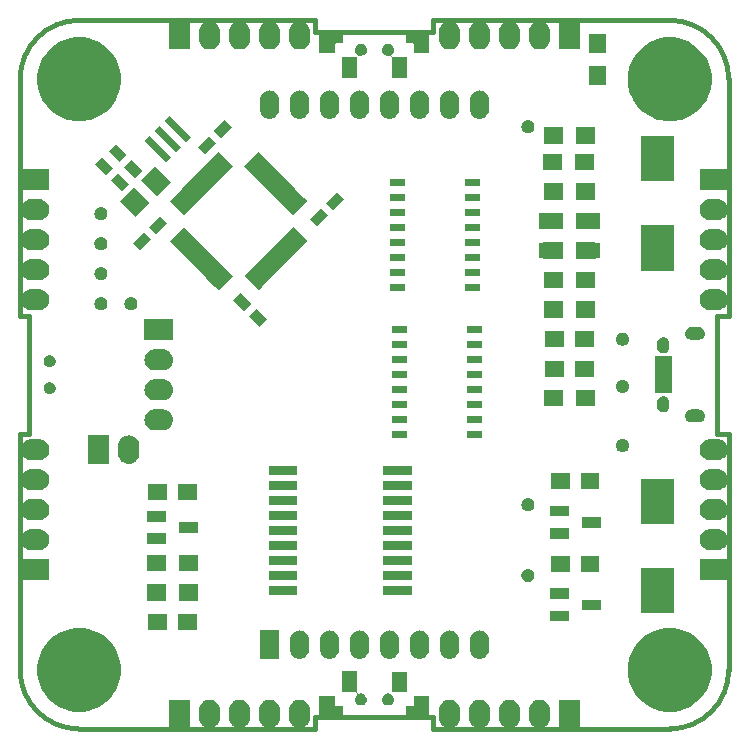
<source format=gbr>
%TF.GenerationSoftware,KiCad,Pcbnew,5.0.2-bee76a0~70~ubuntu16.04.1*%
%TF.CreationDate,2019-04-28T15:28:11+02:00*%
%TF.ProjectId,bcl4v2,62636c34-7632-42e6-9b69-6361645f7063,rev?*%
%TF.SameCoordinates,Original*%
%TF.FileFunction,Soldermask,Bot*%
%TF.FilePolarity,Negative*%
%FSLAX46Y46*%
G04 Gerber Fmt 4.6, Leading zero omitted, Abs format (unit mm)*
G04 Created by KiCad (PCBNEW 5.0.2-bee76a0~70~ubuntu16.04.1) date Ne 28. duben 2019, 15:28:11 CEST*
%MOMM*%
%LPD*%
G01*
G04 APERTURE LIST*
%ADD10C,0.381000*%
%ADD11C,0.150000*%
G04 APERTURE END LIST*
D10*
X95000000Y-129000000D02*
X95000000Y-130000000D01*
X105000000Y-129000000D02*
X105000000Y-130000000D01*
X105000000Y-70000000D02*
X105000000Y-71000000D01*
X95000000Y-70000000D02*
X95000000Y-71000000D01*
X70000000Y-95000000D02*
X70000000Y-75000000D01*
X70000000Y-125000000D02*
X70000000Y-105000000D01*
X95000000Y-130000000D02*
X75000000Y-130000000D01*
X125000000Y-130000000D02*
X105000000Y-130000000D01*
X130000000Y-105000000D02*
X130000000Y-125000000D01*
X130000000Y-75000000D02*
X130000000Y-95000000D01*
X105000000Y-70000000D02*
X125000000Y-70000000D01*
X75000000Y-70000000D02*
X95000000Y-70000000D01*
X75000000Y-130000000D02*
G75*
G02X70000000Y-125000000I0J5000000D01*
G01*
X130000000Y-125000000D02*
G75*
G02X125000000Y-130000000I-5000000J0D01*
G01*
X125000000Y-70000000D02*
G75*
G02X130000000Y-75000000I0J-5000000D01*
G01*
X70000000Y-75000000D02*
G75*
G02X75000000Y-70000000I5000000J0D01*
G01*
X95000000Y-71000000D02*
X105000000Y-71000000D01*
X70750000Y-105000000D02*
X70000000Y-105000000D01*
X70750000Y-95000000D02*
X70750000Y-105000000D01*
X70000000Y-95000000D02*
X70750000Y-95000000D01*
X95000000Y-129000000D02*
X105000000Y-129000000D01*
X129000000Y-105000000D02*
X130000000Y-105000000D01*
X129000000Y-95000000D02*
X129000000Y-105000000D01*
X130000000Y-95000000D02*
X129000000Y-95000000D01*
D11*
G36*
X106526587Y-127542234D02*
X106639788Y-127576573D01*
X106696389Y-127593743D01*
X106852877Y-127677388D01*
X106990044Y-127789956D01*
X107073288Y-127891391D01*
X107102611Y-127927121D01*
X107102612Y-127927123D01*
X107186257Y-128083610D01*
X107186258Y-128083613D01*
X107237766Y-128253412D01*
X107250800Y-128385751D01*
X107250800Y-129074249D01*
X107237766Y-129206588D01*
X107186257Y-129376389D01*
X107102611Y-129532879D01*
X107073288Y-129568609D01*
X106990044Y-129670044D01*
X106888609Y-129753288D01*
X106852879Y-129782611D01*
X106852877Y-129782612D01*
X106696390Y-129866257D01*
X106639789Y-129883427D01*
X106526588Y-129917766D01*
X106350000Y-129935158D01*
X106173413Y-129917766D01*
X106060212Y-129883427D01*
X106003611Y-129866257D01*
X105847124Y-129782612D01*
X105847122Y-129782611D01*
X105811392Y-129753288D01*
X105709957Y-129670044D01*
X105626713Y-129568609D01*
X105597390Y-129532879D01*
X105513743Y-129376389D01*
X105462234Y-129206588D01*
X105449200Y-129074249D01*
X105449200Y-128385752D01*
X105462234Y-128253413D01*
X105496573Y-128140212D01*
X105513743Y-128083611D01*
X105597388Y-127927123D01*
X105709956Y-127789956D01*
X105811391Y-127706712D01*
X105847121Y-127677389D01*
X105902972Y-127647536D01*
X106003610Y-127593743D01*
X106060211Y-127576573D01*
X106173412Y-127542234D01*
X106350000Y-127524842D01*
X106526587Y-127542234D01*
X106526587Y-127542234D01*
G37*
G36*
X88746588Y-127542234D02*
X88859789Y-127576573D01*
X88916390Y-127593743D01*
X89017028Y-127647536D01*
X89072879Y-127677389D01*
X89108609Y-127706712D01*
X89210044Y-127789956D01*
X89293288Y-127891391D01*
X89322611Y-127927121D01*
X89406257Y-128083611D01*
X89457766Y-128253412D01*
X89470800Y-128385751D01*
X89470800Y-129074249D01*
X89457766Y-129206588D01*
X89423427Y-129319789D01*
X89406257Y-129376390D01*
X89332178Y-129514980D01*
X89322611Y-129532879D01*
X89293288Y-129568609D01*
X89210044Y-129670044D01*
X89072877Y-129782612D01*
X88916389Y-129866257D01*
X88859788Y-129883427D01*
X88746587Y-129917766D01*
X88570000Y-129935158D01*
X88393412Y-129917766D01*
X88280211Y-129883427D01*
X88223610Y-129866257D01*
X88067123Y-129782612D01*
X88067121Y-129782611D01*
X88031391Y-129753288D01*
X87929956Y-129670044D01*
X87817388Y-129532877D01*
X87733743Y-129376389D01*
X87682235Y-129206589D01*
X87682234Y-129206587D01*
X87669200Y-129074248D01*
X87669200Y-128385751D01*
X87682234Y-128253412D01*
X87733743Y-128083611D01*
X87817390Y-127927121D01*
X87846713Y-127891391D01*
X87929957Y-127789956D01*
X88031392Y-127706712D01*
X88067122Y-127677389D01*
X88122973Y-127647536D01*
X88223611Y-127593743D01*
X88280212Y-127576573D01*
X88393413Y-127542234D01*
X88570000Y-127524842D01*
X88746588Y-127542234D01*
X88746588Y-127542234D01*
G37*
G36*
X91286588Y-127542234D02*
X91399789Y-127576573D01*
X91456390Y-127593743D01*
X91557028Y-127647536D01*
X91612879Y-127677389D01*
X91648609Y-127706712D01*
X91750044Y-127789956D01*
X91833288Y-127891391D01*
X91862611Y-127927121D01*
X91946257Y-128083611D01*
X91997766Y-128253412D01*
X92010800Y-128385751D01*
X92010800Y-129074249D01*
X91997766Y-129206588D01*
X91963427Y-129319789D01*
X91946257Y-129376390D01*
X91872178Y-129514980D01*
X91862611Y-129532879D01*
X91833288Y-129568609D01*
X91750044Y-129670044D01*
X91612877Y-129782612D01*
X91456389Y-129866257D01*
X91399788Y-129883427D01*
X91286587Y-129917766D01*
X91110000Y-129935158D01*
X90933412Y-129917766D01*
X90820211Y-129883427D01*
X90763610Y-129866257D01*
X90607123Y-129782612D01*
X90607121Y-129782611D01*
X90571391Y-129753288D01*
X90469956Y-129670044D01*
X90357388Y-129532877D01*
X90273743Y-129376389D01*
X90222235Y-129206589D01*
X90222234Y-129206587D01*
X90209200Y-129074248D01*
X90209200Y-128385751D01*
X90222234Y-128253412D01*
X90273743Y-128083611D01*
X90357390Y-127927121D01*
X90386713Y-127891391D01*
X90469957Y-127789956D01*
X90571392Y-127706712D01*
X90607122Y-127677389D01*
X90662973Y-127647536D01*
X90763611Y-127593743D01*
X90820212Y-127576573D01*
X90933413Y-127542234D01*
X91110000Y-127524842D01*
X91286588Y-127542234D01*
X91286588Y-127542234D01*
G37*
G36*
X93826588Y-127542234D02*
X93939789Y-127576573D01*
X93996390Y-127593743D01*
X94097028Y-127647536D01*
X94152879Y-127677389D01*
X94188609Y-127706712D01*
X94290044Y-127789956D01*
X94373288Y-127891391D01*
X94402611Y-127927121D01*
X94486257Y-128083611D01*
X94537766Y-128253412D01*
X94550800Y-128385751D01*
X94550800Y-129074249D01*
X94537766Y-129206588D01*
X94503427Y-129319789D01*
X94486257Y-129376390D01*
X94412178Y-129514980D01*
X94402611Y-129532879D01*
X94373288Y-129568609D01*
X94290044Y-129670044D01*
X94152877Y-129782612D01*
X93996389Y-129866257D01*
X93939788Y-129883427D01*
X93826587Y-129917766D01*
X93650000Y-129935158D01*
X93473412Y-129917766D01*
X93360211Y-129883427D01*
X93303610Y-129866257D01*
X93147123Y-129782612D01*
X93147121Y-129782611D01*
X93111391Y-129753288D01*
X93009956Y-129670044D01*
X92897388Y-129532877D01*
X92813743Y-129376389D01*
X92762235Y-129206589D01*
X92762234Y-129206587D01*
X92749200Y-129074248D01*
X92749200Y-128385751D01*
X92762234Y-128253412D01*
X92813743Y-128083611D01*
X92897390Y-127927121D01*
X92926713Y-127891391D01*
X93009957Y-127789956D01*
X93111392Y-127706712D01*
X93147122Y-127677389D01*
X93202973Y-127647536D01*
X93303611Y-127593743D01*
X93360212Y-127576573D01*
X93473413Y-127542234D01*
X93650000Y-127524842D01*
X93826588Y-127542234D01*
X93826588Y-127542234D01*
G37*
G36*
X86206588Y-127542234D02*
X86319789Y-127576573D01*
X86376390Y-127593743D01*
X86477028Y-127647536D01*
X86532879Y-127677389D01*
X86568609Y-127706712D01*
X86670044Y-127789956D01*
X86753288Y-127891391D01*
X86782611Y-127927121D01*
X86866257Y-128083611D01*
X86917766Y-128253412D01*
X86930800Y-128385751D01*
X86930800Y-129074249D01*
X86917766Y-129206588D01*
X86883427Y-129319789D01*
X86866257Y-129376390D01*
X86792178Y-129514980D01*
X86782611Y-129532879D01*
X86753288Y-129568609D01*
X86670044Y-129670044D01*
X86532877Y-129782612D01*
X86376389Y-129866257D01*
X86319788Y-129883427D01*
X86206587Y-129917766D01*
X86030000Y-129935158D01*
X85853412Y-129917766D01*
X85740211Y-129883427D01*
X85683610Y-129866257D01*
X85527123Y-129782612D01*
X85527121Y-129782611D01*
X85491391Y-129753288D01*
X85389956Y-129670044D01*
X85277388Y-129532877D01*
X85193743Y-129376389D01*
X85142235Y-129206589D01*
X85142234Y-129206587D01*
X85129200Y-129074248D01*
X85129200Y-128385751D01*
X85142234Y-128253412D01*
X85193743Y-128083611D01*
X85277390Y-127927121D01*
X85306713Y-127891391D01*
X85389957Y-127789956D01*
X85491392Y-127706712D01*
X85527122Y-127677389D01*
X85582973Y-127647536D01*
X85683611Y-127593743D01*
X85740212Y-127576573D01*
X85853413Y-127542234D01*
X86030000Y-127524842D01*
X86206588Y-127542234D01*
X86206588Y-127542234D01*
G37*
G36*
X111606587Y-127542234D02*
X111719788Y-127576573D01*
X111776389Y-127593743D01*
X111932877Y-127677388D01*
X112070044Y-127789956D01*
X112153288Y-127891391D01*
X112182611Y-127927121D01*
X112182612Y-127927123D01*
X112266257Y-128083610D01*
X112266258Y-128083613D01*
X112317766Y-128253412D01*
X112330800Y-128385751D01*
X112330800Y-129074249D01*
X112317766Y-129206588D01*
X112266257Y-129376389D01*
X112182611Y-129532879D01*
X112153288Y-129568609D01*
X112070044Y-129670044D01*
X111968609Y-129753288D01*
X111932879Y-129782611D01*
X111932877Y-129782612D01*
X111776390Y-129866257D01*
X111719789Y-129883427D01*
X111606588Y-129917766D01*
X111430000Y-129935158D01*
X111253413Y-129917766D01*
X111140212Y-129883427D01*
X111083611Y-129866257D01*
X110927124Y-129782612D01*
X110927122Y-129782611D01*
X110891392Y-129753288D01*
X110789957Y-129670044D01*
X110706713Y-129568609D01*
X110677390Y-129532879D01*
X110593743Y-129376389D01*
X110542234Y-129206588D01*
X110529200Y-129074249D01*
X110529200Y-128385752D01*
X110542234Y-128253413D01*
X110576573Y-128140212D01*
X110593743Y-128083611D01*
X110677388Y-127927123D01*
X110789956Y-127789956D01*
X110891391Y-127706712D01*
X110927121Y-127677389D01*
X110982972Y-127647536D01*
X111083610Y-127593743D01*
X111140211Y-127576573D01*
X111253412Y-127542234D01*
X111430000Y-127524842D01*
X111606587Y-127542234D01*
X111606587Y-127542234D01*
G37*
G36*
X114146587Y-127542234D02*
X114259788Y-127576573D01*
X114316389Y-127593743D01*
X114472877Y-127677388D01*
X114610044Y-127789956D01*
X114693288Y-127891391D01*
X114722611Y-127927121D01*
X114722612Y-127927123D01*
X114806257Y-128083610D01*
X114806258Y-128083613D01*
X114857766Y-128253412D01*
X114870800Y-128385751D01*
X114870800Y-129074249D01*
X114857766Y-129206588D01*
X114806257Y-129376389D01*
X114722611Y-129532879D01*
X114693288Y-129568609D01*
X114610044Y-129670044D01*
X114508609Y-129753288D01*
X114472879Y-129782611D01*
X114472877Y-129782612D01*
X114316390Y-129866257D01*
X114259789Y-129883427D01*
X114146588Y-129917766D01*
X113970000Y-129935158D01*
X113793413Y-129917766D01*
X113680212Y-129883427D01*
X113623611Y-129866257D01*
X113467124Y-129782612D01*
X113467122Y-129782611D01*
X113431392Y-129753288D01*
X113329957Y-129670044D01*
X113246713Y-129568609D01*
X113217390Y-129532879D01*
X113133743Y-129376389D01*
X113082234Y-129206588D01*
X113069200Y-129074249D01*
X113069200Y-128385752D01*
X113082234Y-128253413D01*
X113116573Y-128140212D01*
X113133743Y-128083611D01*
X113217388Y-127927123D01*
X113329956Y-127789956D01*
X113431391Y-127706712D01*
X113467121Y-127677389D01*
X113522972Y-127647536D01*
X113623610Y-127593743D01*
X113680211Y-127576573D01*
X113793412Y-127542234D01*
X113970000Y-127524842D01*
X114146587Y-127542234D01*
X114146587Y-127542234D01*
G37*
G36*
X109066587Y-127542234D02*
X109179788Y-127576573D01*
X109236389Y-127593743D01*
X109392877Y-127677388D01*
X109530044Y-127789956D01*
X109613288Y-127891391D01*
X109642611Y-127927121D01*
X109642612Y-127927123D01*
X109726257Y-128083610D01*
X109726258Y-128083613D01*
X109777766Y-128253412D01*
X109790800Y-128385751D01*
X109790800Y-129074249D01*
X109777766Y-129206588D01*
X109726257Y-129376389D01*
X109642611Y-129532879D01*
X109613288Y-129568609D01*
X109530044Y-129670044D01*
X109428609Y-129753288D01*
X109392879Y-129782611D01*
X109392877Y-129782612D01*
X109236390Y-129866257D01*
X109179789Y-129883427D01*
X109066588Y-129917766D01*
X108890000Y-129935158D01*
X108713413Y-129917766D01*
X108600212Y-129883427D01*
X108543611Y-129866257D01*
X108387124Y-129782612D01*
X108387122Y-129782611D01*
X108351392Y-129753288D01*
X108249957Y-129670044D01*
X108166713Y-129568609D01*
X108137390Y-129532879D01*
X108053743Y-129376389D01*
X108002234Y-129206588D01*
X107989200Y-129074249D01*
X107989200Y-128385752D01*
X108002234Y-128253413D01*
X108036573Y-128140212D01*
X108053743Y-128083611D01*
X108137388Y-127927123D01*
X108249956Y-127789956D01*
X108351391Y-127706712D01*
X108387121Y-127677389D01*
X108442972Y-127647536D01*
X108543610Y-127593743D01*
X108600211Y-127576573D01*
X108713412Y-127542234D01*
X108890000Y-127524842D01*
X109066587Y-127542234D01*
X109066587Y-127542234D01*
G37*
G36*
X117410800Y-129930800D02*
X115609200Y-129930800D01*
X115609200Y-127529200D01*
X117410800Y-127529200D01*
X117410800Y-129930800D01*
X117410800Y-129930800D01*
G37*
G36*
X84390800Y-129930800D02*
X82589200Y-129930800D01*
X82589200Y-127529200D01*
X84390800Y-127529200D01*
X84390800Y-129930800D01*
X84390800Y-129930800D01*
G37*
G36*
X96650800Y-127924200D02*
X96653202Y-127948586D01*
X96660315Y-127972035D01*
X96671866Y-127993646D01*
X96687412Y-128012588D01*
X96706354Y-128028134D01*
X96727965Y-128039685D01*
X96751414Y-128046798D01*
X96775800Y-128049200D01*
X97350800Y-128049200D01*
X97350800Y-128850800D01*
X95349200Y-128850800D01*
X95349200Y-127249200D01*
X96650800Y-127249200D01*
X96650800Y-127924200D01*
X96650800Y-127924200D01*
G37*
G36*
X104650800Y-128850800D02*
X102649200Y-128850800D01*
X102649200Y-128049200D01*
X103224200Y-128049200D01*
X103248586Y-128046798D01*
X103272035Y-128039685D01*
X103293646Y-128028134D01*
X103312588Y-128012588D01*
X103328134Y-127993646D01*
X103339685Y-127972035D01*
X103346798Y-127948586D01*
X103349200Y-127924200D01*
X103349200Y-127249200D01*
X104650800Y-127249200D01*
X104650800Y-128850800D01*
X104650800Y-128850800D01*
G37*
G36*
X75807061Y-121540170D02*
X76035730Y-121585655D01*
X76492665Y-121774924D01*
X76552990Y-121799911D01*
X76681935Y-121853322D01*
X77150566Y-122166451D01*
X77263506Y-122241915D01*
X77758085Y-122736494D01*
X77758087Y-122736497D01*
X78146678Y-123318065D01*
X78414345Y-123964270D01*
X78550800Y-124650277D01*
X78550800Y-125349723D01*
X78414345Y-126035730D01*
X78146678Y-126681935D01*
X77900621Y-127050186D01*
X77758085Y-127263506D01*
X77263506Y-127758085D01*
X77263503Y-127758087D01*
X76681935Y-128146678D01*
X76035730Y-128414345D01*
X75807061Y-128459830D01*
X75349725Y-128550800D01*
X74650275Y-128550800D01*
X74192939Y-128459830D01*
X73964270Y-128414345D01*
X73318065Y-128146678D01*
X72736497Y-127758087D01*
X72736494Y-127758085D01*
X72241915Y-127263506D01*
X72099379Y-127050186D01*
X71853322Y-126681935D01*
X71585655Y-126035730D01*
X71449200Y-125349723D01*
X71449200Y-124650277D01*
X71585655Y-123964270D01*
X71853322Y-123318065D01*
X72241913Y-122736497D01*
X72241915Y-122736494D01*
X72736494Y-122241915D01*
X72849434Y-122166451D01*
X73318065Y-121853322D01*
X73447011Y-121799911D01*
X73507335Y-121774924D01*
X73964270Y-121585655D01*
X74192939Y-121540170D01*
X74650275Y-121449200D01*
X75349725Y-121449200D01*
X75807061Y-121540170D01*
X75807061Y-121540170D01*
G37*
G36*
X125807061Y-121540170D02*
X126035730Y-121585655D01*
X126492665Y-121774924D01*
X126552990Y-121799911D01*
X126681935Y-121853322D01*
X127150566Y-122166451D01*
X127263506Y-122241915D01*
X127758085Y-122736494D01*
X127758087Y-122736497D01*
X128146678Y-123318065D01*
X128414345Y-123964270D01*
X128550800Y-124650277D01*
X128550800Y-125349723D01*
X128414345Y-126035730D01*
X128146678Y-126681935D01*
X127900621Y-127050186D01*
X127758085Y-127263506D01*
X127263506Y-127758085D01*
X127263503Y-127758087D01*
X126681935Y-128146678D01*
X126035730Y-128414345D01*
X125807061Y-128459830D01*
X125349725Y-128550800D01*
X124650275Y-128550800D01*
X124192939Y-128459830D01*
X123964270Y-128414345D01*
X123318065Y-128146678D01*
X122736497Y-127758087D01*
X122736494Y-127758085D01*
X122241915Y-127263506D01*
X122099379Y-127050186D01*
X121853322Y-126681935D01*
X121585655Y-126035730D01*
X121449200Y-125349723D01*
X121449200Y-124650277D01*
X121585655Y-123964270D01*
X121853322Y-123318065D01*
X122241913Y-122736497D01*
X122241915Y-122736494D01*
X122736494Y-122241915D01*
X122849434Y-122166451D01*
X123318065Y-121853322D01*
X123447011Y-121799911D01*
X123507335Y-121774924D01*
X123964270Y-121585655D01*
X124192939Y-121540170D01*
X124650275Y-121449200D01*
X125349725Y-121449200D01*
X125807061Y-121540170D01*
X125807061Y-121540170D01*
G37*
G36*
X98550800Y-126891492D02*
X98553202Y-126915878D01*
X98560315Y-126939327D01*
X98571866Y-126960938D01*
X98587412Y-126979880D01*
X98606354Y-126995426D01*
X98627965Y-127006977D01*
X98651414Y-127014090D01*
X98675800Y-127016492D01*
X98700186Y-127014090D01*
X98800182Y-126994200D01*
X98899818Y-126994200D01*
X98997535Y-127013637D01*
X99089588Y-127051766D01*
X99172429Y-127107120D01*
X99242880Y-127177571D01*
X99298234Y-127260412D01*
X99336363Y-127352465D01*
X99355800Y-127450182D01*
X99355800Y-127549818D01*
X99336363Y-127647535D01*
X99298234Y-127739588D01*
X99242880Y-127822429D01*
X99172429Y-127892880D01*
X99089588Y-127948234D01*
X98997535Y-127986363D01*
X98899818Y-128005800D01*
X98800182Y-128005800D01*
X98702465Y-127986363D01*
X98610412Y-127948234D01*
X98527571Y-127892880D01*
X98457120Y-127822429D01*
X98401766Y-127739588D01*
X98363637Y-127647535D01*
X98344200Y-127549818D01*
X98344200Y-127450182D01*
X98363637Y-127352465D01*
X98401766Y-127260412D01*
X98457120Y-127177571D01*
X98520503Y-127114188D01*
X98536049Y-127095246D01*
X98547600Y-127073635D01*
X98554713Y-127050186D01*
X98557115Y-127025800D01*
X98554713Y-127001414D01*
X98547600Y-126977965D01*
X98536049Y-126956354D01*
X98520503Y-126937412D01*
X98501561Y-126921866D01*
X98479950Y-126910315D01*
X98456501Y-126903202D01*
X98432115Y-126900800D01*
X97249200Y-126900800D01*
X97249200Y-125099200D01*
X98550800Y-125099200D01*
X98550800Y-126891492D01*
X98550800Y-126891492D01*
G37*
G36*
X101299814Y-127014090D02*
X101324201Y-127016492D01*
X101348587Y-127014090D01*
X101372036Y-127006977D01*
X101379191Y-127003152D01*
X101385404Y-127023635D01*
X101396955Y-127045246D01*
X101412501Y-127064188D01*
X101431442Y-127079733D01*
X101472429Y-127107120D01*
X101542880Y-127177571D01*
X101598234Y-127260412D01*
X101636363Y-127352465D01*
X101655800Y-127450182D01*
X101655800Y-127549818D01*
X101636363Y-127647535D01*
X101598234Y-127739588D01*
X101542880Y-127822429D01*
X101472429Y-127892880D01*
X101389588Y-127948234D01*
X101297535Y-127986363D01*
X101199818Y-128005800D01*
X101100182Y-128005800D01*
X101002465Y-127986363D01*
X100910412Y-127948234D01*
X100827571Y-127892880D01*
X100757120Y-127822429D01*
X100701766Y-127739588D01*
X100663637Y-127647535D01*
X100644200Y-127549818D01*
X100644200Y-127450182D01*
X100663637Y-127352465D01*
X100701766Y-127260412D01*
X100757120Y-127177571D01*
X100827571Y-127107120D01*
X100910412Y-127051766D01*
X101002465Y-127013637D01*
X101100182Y-126994200D01*
X101199818Y-126994200D01*
X101299814Y-127014090D01*
X101299814Y-127014090D01*
G37*
G36*
X102750800Y-126850800D02*
X101500889Y-126850800D01*
X101476503Y-126853202D01*
X101453054Y-126860315D01*
X101449200Y-126862375D01*
X101449200Y-125149200D01*
X102750800Y-125149200D01*
X102750800Y-126850800D01*
X102750800Y-126850800D01*
G37*
G36*
X101429336Y-121677961D02*
X101531478Y-121708946D01*
X101582550Y-121724438D01*
X101707601Y-121791280D01*
X101723751Y-121799912D01*
X101847517Y-121901483D01*
X101847518Y-121901485D01*
X101847520Y-121901486D01*
X101923695Y-121994307D01*
X101949088Y-122025248D01*
X101984220Y-122090975D01*
X102024562Y-122166449D01*
X102040054Y-122217521D01*
X102071039Y-122319663D01*
X102082800Y-122439077D01*
X102082800Y-123280923D01*
X102071039Y-123400337D01*
X102040054Y-123502479D01*
X102024562Y-123553551D01*
X101984220Y-123629025D01*
X101949088Y-123694752D01*
X101847517Y-123818517D01*
X101723752Y-123920088D01*
X101658025Y-123955220D01*
X101582551Y-123995562D01*
X101531479Y-124011054D01*
X101429337Y-124042039D01*
X101270000Y-124057732D01*
X101110664Y-124042039D01*
X101008522Y-124011054D01*
X100957450Y-123995562D01*
X100881976Y-123955220D01*
X100816249Y-123920088D01*
X100692484Y-123818517D01*
X100590913Y-123694752D01*
X100515439Y-123553550D01*
X100468961Y-123400337D01*
X100457200Y-123280923D01*
X100457200Y-122439078D01*
X100468961Y-122319664D01*
X100515438Y-122166451D01*
X100515438Y-122166450D01*
X100590911Y-122025251D01*
X100590912Y-122025249D01*
X100692483Y-121901483D01*
X100692485Y-121901482D01*
X100692486Y-121901480D01*
X100816247Y-121799913D01*
X100816246Y-121799913D01*
X100816248Y-121799912D01*
X100881975Y-121764780D01*
X100957449Y-121724438D01*
X101008521Y-121708946D01*
X101110663Y-121677961D01*
X101270000Y-121662268D01*
X101429336Y-121677961D01*
X101429336Y-121677961D01*
G37*
G36*
X93809336Y-121677961D02*
X93911478Y-121708946D01*
X93962550Y-121724438D01*
X94087601Y-121791280D01*
X94103751Y-121799912D01*
X94227517Y-121901483D01*
X94227518Y-121901485D01*
X94227520Y-121901486D01*
X94303695Y-121994307D01*
X94329088Y-122025248D01*
X94364220Y-122090975D01*
X94404562Y-122166449D01*
X94420054Y-122217521D01*
X94451039Y-122319663D01*
X94462800Y-122439077D01*
X94462800Y-123280923D01*
X94451039Y-123400337D01*
X94420054Y-123502479D01*
X94404562Y-123553551D01*
X94364220Y-123629025D01*
X94329088Y-123694752D01*
X94227517Y-123818517D01*
X94103752Y-123920088D01*
X94038025Y-123955220D01*
X93962551Y-123995562D01*
X93911479Y-124011054D01*
X93809337Y-124042039D01*
X93650000Y-124057732D01*
X93490664Y-124042039D01*
X93388522Y-124011054D01*
X93337450Y-123995562D01*
X93261976Y-123955220D01*
X93196249Y-123920088D01*
X93072484Y-123818517D01*
X92970913Y-123694752D01*
X92895439Y-123553550D01*
X92848961Y-123400337D01*
X92837200Y-123280923D01*
X92837200Y-122439078D01*
X92848961Y-122319664D01*
X92895438Y-122166451D01*
X92895438Y-122166450D01*
X92970911Y-122025251D01*
X92970912Y-122025249D01*
X93072483Y-121901483D01*
X93072485Y-121901482D01*
X93072486Y-121901480D01*
X93196247Y-121799913D01*
X93196246Y-121799913D01*
X93196248Y-121799912D01*
X93261975Y-121764780D01*
X93337449Y-121724438D01*
X93388521Y-121708946D01*
X93490663Y-121677961D01*
X93650000Y-121662268D01*
X93809336Y-121677961D01*
X93809336Y-121677961D01*
G37*
G36*
X96349336Y-121677961D02*
X96451478Y-121708946D01*
X96502550Y-121724438D01*
X96627601Y-121791280D01*
X96643751Y-121799912D01*
X96767517Y-121901483D01*
X96767518Y-121901485D01*
X96767520Y-121901486D01*
X96843695Y-121994307D01*
X96869088Y-122025248D01*
X96904220Y-122090975D01*
X96944562Y-122166449D01*
X96960054Y-122217521D01*
X96991039Y-122319663D01*
X97002800Y-122439077D01*
X97002800Y-123280923D01*
X96991039Y-123400337D01*
X96960054Y-123502479D01*
X96944562Y-123553551D01*
X96904220Y-123629025D01*
X96869088Y-123694752D01*
X96767517Y-123818517D01*
X96643752Y-123920088D01*
X96578025Y-123955220D01*
X96502551Y-123995562D01*
X96451479Y-124011054D01*
X96349337Y-124042039D01*
X96190000Y-124057732D01*
X96030664Y-124042039D01*
X95928522Y-124011054D01*
X95877450Y-123995562D01*
X95801976Y-123955220D01*
X95736249Y-123920088D01*
X95612484Y-123818517D01*
X95510913Y-123694752D01*
X95435439Y-123553550D01*
X95388961Y-123400337D01*
X95377200Y-123280923D01*
X95377200Y-122439078D01*
X95388961Y-122319664D01*
X95435438Y-122166451D01*
X95435438Y-122166450D01*
X95510911Y-122025251D01*
X95510912Y-122025249D01*
X95612483Y-121901483D01*
X95612485Y-121901482D01*
X95612486Y-121901480D01*
X95736247Y-121799913D01*
X95736246Y-121799913D01*
X95736248Y-121799912D01*
X95801975Y-121764780D01*
X95877449Y-121724438D01*
X95928521Y-121708946D01*
X96030663Y-121677961D01*
X96190000Y-121662268D01*
X96349336Y-121677961D01*
X96349336Y-121677961D01*
G37*
G36*
X109049336Y-121677961D02*
X109151478Y-121708946D01*
X109202550Y-121724438D01*
X109327601Y-121791280D01*
X109343751Y-121799912D01*
X109467517Y-121901483D01*
X109467518Y-121901485D01*
X109467520Y-121901486D01*
X109543695Y-121994307D01*
X109569088Y-122025248D01*
X109604220Y-122090975D01*
X109644562Y-122166449D01*
X109660054Y-122217521D01*
X109691039Y-122319663D01*
X109702800Y-122439077D01*
X109702800Y-123280923D01*
X109691039Y-123400337D01*
X109660054Y-123502479D01*
X109644562Y-123553551D01*
X109604220Y-123629025D01*
X109569088Y-123694752D01*
X109467517Y-123818517D01*
X109343752Y-123920088D01*
X109278025Y-123955220D01*
X109202551Y-123995562D01*
X109151479Y-124011054D01*
X109049337Y-124042039D01*
X108890000Y-124057732D01*
X108730664Y-124042039D01*
X108628522Y-124011054D01*
X108577450Y-123995562D01*
X108501976Y-123955220D01*
X108436249Y-123920088D01*
X108312484Y-123818517D01*
X108210913Y-123694752D01*
X108135439Y-123553550D01*
X108088961Y-123400337D01*
X108077200Y-123280923D01*
X108077200Y-122439078D01*
X108088961Y-122319664D01*
X108135438Y-122166451D01*
X108135438Y-122166450D01*
X108210911Y-122025251D01*
X108210912Y-122025249D01*
X108312483Y-121901483D01*
X108312485Y-121901482D01*
X108312486Y-121901480D01*
X108436247Y-121799913D01*
X108436246Y-121799913D01*
X108436248Y-121799912D01*
X108501975Y-121764780D01*
X108577449Y-121724438D01*
X108628521Y-121708946D01*
X108730663Y-121677961D01*
X108890000Y-121662268D01*
X109049336Y-121677961D01*
X109049336Y-121677961D01*
G37*
G36*
X103969336Y-121677961D02*
X104071478Y-121708946D01*
X104122550Y-121724438D01*
X104247601Y-121791280D01*
X104263751Y-121799912D01*
X104387517Y-121901483D01*
X104387518Y-121901485D01*
X104387520Y-121901486D01*
X104463695Y-121994307D01*
X104489088Y-122025248D01*
X104524220Y-122090975D01*
X104564562Y-122166449D01*
X104580054Y-122217521D01*
X104611039Y-122319663D01*
X104622800Y-122439077D01*
X104622800Y-123280923D01*
X104611039Y-123400337D01*
X104580054Y-123502479D01*
X104564562Y-123553551D01*
X104524220Y-123629025D01*
X104489088Y-123694752D01*
X104387517Y-123818517D01*
X104263752Y-123920088D01*
X104198025Y-123955220D01*
X104122551Y-123995562D01*
X104071479Y-124011054D01*
X103969337Y-124042039D01*
X103810000Y-124057732D01*
X103650664Y-124042039D01*
X103548522Y-124011054D01*
X103497450Y-123995562D01*
X103421976Y-123955220D01*
X103356249Y-123920088D01*
X103232484Y-123818517D01*
X103130913Y-123694752D01*
X103055439Y-123553550D01*
X103008961Y-123400337D01*
X102997200Y-123280923D01*
X102997200Y-122439078D01*
X103008961Y-122319664D01*
X103055438Y-122166451D01*
X103055438Y-122166450D01*
X103130911Y-122025251D01*
X103130912Y-122025249D01*
X103232483Y-121901483D01*
X103232485Y-121901482D01*
X103232486Y-121901480D01*
X103356247Y-121799913D01*
X103356246Y-121799913D01*
X103356248Y-121799912D01*
X103421975Y-121764780D01*
X103497449Y-121724438D01*
X103548521Y-121708946D01*
X103650663Y-121677961D01*
X103810000Y-121662268D01*
X103969336Y-121677961D01*
X103969336Y-121677961D01*
G37*
G36*
X106509336Y-121677961D02*
X106611478Y-121708946D01*
X106662550Y-121724438D01*
X106787601Y-121791280D01*
X106803751Y-121799912D01*
X106927517Y-121901483D01*
X106927518Y-121901485D01*
X106927520Y-121901486D01*
X107003695Y-121994307D01*
X107029088Y-122025248D01*
X107064220Y-122090975D01*
X107104562Y-122166449D01*
X107120054Y-122217521D01*
X107151039Y-122319663D01*
X107162800Y-122439077D01*
X107162800Y-123280923D01*
X107151039Y-123400337D01*
X107120054Y-123502479D01*
X107104562Y-123553551D01*
X107064220Y-123629025D01*
X107029088Y-123694752D01*
X106927517Y-123818517D01*
X106803752Y-123920088D01*
X106738025Y-123955220D01*
X106662551Y-123995562D01*
X106611479Y-124011054D01*
X106509337Y-124042039D01*
X106350000Y-124057732D01*
X106190664Y-124042039D01*
X106088522Y-124011054D01*
X106037450Y-123995562D01*
X105961976Y-123955220D01*
X105896249Y-123920088D01*
X105772484Y-123818517D01*
X105670913Y-123694752D01*
X105595439Y-123553550D01*
X105548961Y-123400337D01*
X105537200Y-123280923D01*
X105537200Y-122439078D01*
X105548961Y-122319664D01*
X105595438Y-122166451D01*
X105595438Y-122166450D01*
X105670911Y-122025251D01*
X105670912Y-122025249D01*
X105772483Y-121901483D01*
X105772485Y-121901482D01*
X105772486Y-121901480D01*
X105896247Y-121799913D01*
X105896246Y-121799913D01*
X105896248Y-121799912D01*
X105961975Y-121764780D01*
X106037449Y-121724438D01*
X106088521Y-121708946D01*
X106190663Y-121677961D01*
X106350000Y-121662268D01*
X106509336Y-121677961D01*
X106509336Y-121677961D01*
G37*
G36*
X98889336Y-121677961D02*
X98991478Y-121708946D01*
X99042550Y-121724438D01*
X99167601Y-121791280D01*
X99183751Y-121799912D01*
X99307517Y-121901483D01*
X99307518Y-121901485D01*
X99307520Y-121901486D01*
X99383695Y-121994307D01*
X99409088Y-122025248D01*
X99444220Y-122090975D01*
X99484562Y-122166449D01*
X99500054Y-122217521D01*
X99531039Y-122319663D01*
X99542800Y-122439077D01*
X99542800Y-123280923D01*
X99531039Y-123400337D01*
X99500054Y-123502479D01*
X99484562Y-123553551D01*
X99444220Y-123629025D01*
X99409088Y-123694752D01*
X99307517Y-123818517D01*
X99183752Y-123920088D01*
X99118025Y-123955220D01*
X99042551Y-123995562D01*
X98991479Y-124011054D01*
X98889337Y-124042039D01*
X98730000Y-124057732D01*
X98570664Y-124042039D01*
X98468522Y-124011054D01*
X98417450Y-123995562D01*
X98341976Y-123955220D01*
X98276249Y-123920088D01*
X98152484Y-123818517D01*
X98050913Y-123694752D01*
X97975439Y-123553550D01*
X97928961Y-123400337D01*
X97917200Y-123280923D01*
X97917200Y-122439078D01*
X97928961Y-122319664D01*
X97975438Y-122166451D01*
X97975438Y-122166450D01*
X98050911Y-122025251D01*
X98050912Y-122025249D01*
X98152483Y-121901483D01*
X98152485Y-121901482D01*
X98152486Y-121901480D01*
X98276247Y-121799913D01*
X98276246Y-121799913D01*
X98276248Y-121799912D01*
X98341975Y-121764780D01*
X98417449Y-121724438D01*
X98468521Y-121708946D01*
X98570663Y-121677961D01*
X98730000Y-121662268D01*
X98889336Y-121677961D01*
X98889336Y-121677961D01*
G37*
G36*
X91922800Y-124053800D02*
X90297200Y-124053800D01*
X90297200Y-121666200D01*
X91922800Y-121666200D01*
X91922800Y-124053800D01*
X91922800Y-124053800D01*
G37*
G36*
X84950800Y-121625800D02*
X83349200Y-121625800D01*
X83349200Y-120274200D01*
X84950800Y-120274200D01*
X84950800Y-121625800D01*
X84950800Y-121625800D01*
G37*
G36*
X82450800Y-121625800D02*
X80849200Y-121625800D01*
X80849200Y-120274200D01*
X82450800Y-120274200D01*
X82450800Y-121625800D01*
X82450800Y-121625800D01*
G37*
G36*
X116450800Y-120900800D02*
X114849200Y-120900800D01*
X114849200Y-119999200D01*
X116450800Y-119999200D01*
X116450800Y-120900800D01*
X116450800Y-120900800D01*
G37*
G36*
X125400800Y-120200800D02*
X122599200Y-120200800D01*
X122599200Y-116349200D01*
X125400800Y-116349200D01*
X125400800Y-120200800D01*
X125400800Y-120200800D01*
G37*
G36*
X119150800Y-119950800D02*
X117549200Y-119950800D01*
X117549200Y-119049200D01*
X119150800Y-119049200D01*
X119150800Y-119950800D01*
X119150800Y-119950800D01*
G37*
G36*
X82350800Y-119150800D02*
X80749200Y-119150800D01*
X80749200Y-117749200D01*
X82350800Y-117749200D01*
X82350800Y-119150800D01*
X82350800Y-119150800D01*
G37*
G36*
X85050800Y-119150800D02*
X83449200Y-119150800D01*
X83449200Y-117749200D01*
X85050800Y-117749200D01*
X85050800Y-119150800D01*
X85050800Y-119150800D01*
G37*
G36*
X116450800Y-119000800D02*
X114849200Y-119000800D01*
X114849200Y-118099200D01*
X116450800Y-118099200D01*
X116450800Y-119000800D01*
X116450800Y-119000800D01*
G37*
G36*
X93450800Y-118630800D02*
X91049200Y-118630800D01*
X91049200Y-117929200D01*
X93450800Y-117929200D01*
X93450800Y-118630800D01*
X93450800Y-118630800D01*
G37*
G36*
X103150800Y-118630800D02*
X100749200Y-118630800D01*
X100749200Y-117929200D01*
X103150800Y-117929200D01*
X103150800Y-118630800D01*
X103150800Y-118630800D01*
G37*
G36*
X113089720Y-116456256D02*
X113160662Y-116470367D01*
X113260902Y-116511887D01*
X113350706Y-116571893D01*
X113351117Y-116572168D01*
X113427832Y-116648883D01*
X113427834Y-116648886D01*
X113488113Y-116739098D01*
X113529633Y-116839338D01*
X113550800Y-116945751D01*
X113550800Y-117054249D01*
X113529633Y-117160662D01*
X113488113Y-117260902D01*
X113428107Y-117350706D01*
X113427832Y-117351117D01*
X113351117Y-117427832D01*
X113351114Y-117427834D01*
X113260902Y-117488113D01*
X113160662Y-117529633D01*
X113089720Y-117543744D01*
X113054250Y-117550800D01*
X112945750Y-117550800D01*
X112910280Y-117543744D01*
X112839338Y-117529633D01*
X112739098Y-117488113D01*
X112648886Y-117427834D01*
X112648883Y-117427832D01*
X112572168Y-117351117D01*
X112571893Y-117350706D01*
X112511887Y-117260902D01*
X112470367Y-117160662D01*
X112449200Y-117054249D01*
X112449200Y-116945751D01*
X112470367Y-116839338D01*
X112511887Y-116739098D01*
X112572166Y-116648886D01*
X112572168Y-116648883D01*
X112648883Y-116572168D01*
X112649294Y-116571893D01*
X112739098Y-116511887D01*
X112839338Y-116470367D01*
X112910280Y-116456256D01*
X112945750Y-116449200D01*
X113054250Y-116449200D01*
X113089720Y-116456256D01*
X113089720Y-116456256D01*
G37*
G36*
X72470800Y-117410800D02*
X70069200Y-117410800D01*
X70069200Y-115609200D01*
X72470800Y-115609200D01*
X72470800Y-117410800D01*
X72470800Y-117410800D01*
G37*
G36*
X129930800Y-117410800D02*
X127529200Y-117410800D01*
X127529200Y-115609200D01*
X129930800Y-115609200D01*
X129930800Y-117410800D01*
X129930800Y-117410800D01*
G37*
G36*
X103150800Y-117360800D02*
X100749200Y-117360800D01*
X100749200Y-116659200D01*
X103150800Y-116659200D01*
X103150800Y-117360800D01*
X103150800Y-117360800D01*
G37*
G36*
X93450800Y-117360800D02*
X91049200Y-117360800D01*
X91049200Y-116659200D01*
X93450800Y-116659200D01*
X93450800Y-117360800D01*
X93450800Y-117360800D01*
G37*
G36*
X119050800Y-116675800D02*
X117449200Y-116675800D01*
X117449200Y-115324200D01*
X119050800Y-115324200D01*
X119050800Y-116675800D01*
X119050800Y-116675800D01*
G37*
G36*
X116550800Y-116675800D02*
X114949200Y-116675800D01*
X114949200Y-115324200D01*
X116550800Y-115324200D01*
X116550800Y-116675800D01*
X116550800Y-116675800D01*
G37*
G36*
X85050800Y-116650800D02*
X83449200Y-116650800D01*
X83449200Y-115249200D01*
X85050800Y-115249200D01*
X85050800Y-116650800D01*
X85050800Y-116650800D01*
G37*
G36*
X82350800Y-116650800D02*
X80749200Y-116650800D01*
X80749200Y-115249200D01*
X82350800Y-115249200D01*
X82350800Y-116650800D01*
X82350800Y-116650800D01*
G37*
G36*
X103150800Y-116090800D02*
X100749200Y-116090800D01*
X100749200Y-115389200D01*
X103150800Y-115389200D01*
X103150800Y-116090800D01*
X103150800Y-116090800D01*
G37*
G36*
X93450800Y-116090800D02*
X91049200Y-116090800D01*
X91049200Y-115389200D01*
X93450800Y-115389200D01*
X93450800Y-116090800D01*
X93450800Y-116090800D01*
G37*
G36*
X71658362Y-113073545D02*
X71746588Y-113082234D01*
X71859789Y-113116573D01*
X71916390Y-113133743D01*
X72054980Y-113207822D01*
X72072879Y-113217389D01*
X72108609Y-113246712D01*
X72210044Y-113329956D01*
X72268183Y-113400800D01*
X72322611Y-113467121D01*
X72322612Y-113467123D01*
X72406257Y-113623610D01*
X72406257Y-113623611D01*
X72457766Y-113793412D01*
X72475158Y-113970000D01*
X72457766Y-114146588D01*
X72423427Y-114259789D01*
X72406257Y-114316390D01*
X72387864Y-114350800D01*
X72322611Y-114472879D01*
X72293288Y-114508609D01*
X72210044Y-114610044D01*
X72108609Y-114693288D01*
X72072879Y-114722611D01*
X72072877Y-114722612D01*
X71916390Y-114806257D01*
X71868448Y-114820800D01*
X71746588Y-114857766D01*
X71658362Y-114866455D01*
X71614250Y-114870800D01*
X70925750Y-114870800D01*
X70881638Y-114866455D01*
X70793412Y-114857766D01*
X70671552Y-114820800D01*
X70623610Y-114806257D01*
X70467123Y-114722612D01*
X70467121Y-114722611D01*
X70431391Y-114693288D01*
X70329956Y-114610044D01*
X70246712Y-114508609D01*
X70217389Y-114472879D01*
X70152136Y-114350800D01*
X70133743Y-114316390D01*
X70116573Y-114259789D01*
X70082234Y-114146588D01*
X70064842Y-113970000D01*
X70082234Y-113793412D01*
X70133743Y-113623611D01*
X70133743Y-113623610D01*
X70217388Y-113467123D01*
X70217389Y-113467121D01*
X70271817Y-113400800D01*
X70329956Y-113329956D01*
X70431391Y-113246712D01*
X70467121Y-113217389D01*
X70485020Y-113207822D01*
X70623610Y-113133743D01*
X70680211Y-113116573D01*
X70793412Y-113082234D01*
X70881638Y-113073545D01*
X70925750Y-113069200D01*
X71614250Y-113069200D01*
X71658362Y-113073545D01*
X71658362Y-113073545D01*
G37*
G36*
X129118362Y-113073545D02*
X129206588Y-113082234D01*
X129319789Y-113116573D01*
X129376390Y-113133743D01*
X129514980Y-113207822D01*
X129532879Y-113217389D01*
X129568609Y-113246712D01*
X129670044Y-113329956D01*
X129728183Y-113400800D01*
X129782611Y-113467121D01*
X129782612Y-113467123D01*
X129866257Y-113623610D01*
X129866257Y-113623611D01*
X129917766Y-113793412D01*
X129935158Y-113970000D01*
X129917766Y-114146588D01*
X129883427Y-114259789D01*
X129866257Y-114316390D01*
X129847864Y-114350800D01*
X129782611Y-114472879D01*
X129753288Y-114508609D01*
X129670044Y-114610044D01*
X129568609Y-114693288D01*
X129532879Y-114722611D01*
X129532877Y-114722612D01*
X129376390Y-114806257D01*
X129328448Y-114820800D01*
X129206588Y-114857766D01*
X129118362Y-114866455D01*
X129074250Y-114870800D01*
X128385750Y-114870800D01*
X128341638Y-114866455D01*
X128253412Y-114857766D01*
X128131552Y-114820800D01*
X128083610Y-114806257D01*
X127927123Y-114722612D01*
X127927121Y-114722611D01*
X127891391Y-114693288D01*
X127789956Y-114610044D01*
X127706712Y-114508609D01*
X127677389Y-114472879D01*
X127612136Y-114350800D01*
X127593743Y-114316390D01*
X127576573Y-114259789D01*
X127542234Y-114146588D01*
X127524842Y-113970000D01*
X127542234Y-113793412D01*
X127593743Y-113623611D01*
X127593743Y-113623610D01*
X127677388Y-113467123D01*
X127677389Y-113467121D01*
X127731817Y-113400800D01*
X127789956Y-113329956D01*
X127891391Y-113246712D01*
X127927121Y-113217389D01*
X127945020Y-113207822D01*
X128083610Y-113133743D01*
X128140211Y-113116573D01*
X128253412Y-113082234D01*
X128341638Y-113073545D01*
X128385750Y-113069200D01*
X129074250Y-113069200D01*
X129118362Y-113073545D01*
X129118362Y-113073545D01*
G37*
G36*
X93450800Y-114820800D02*
X91049200Y-114820800D01*
X91049200Y-114119200D01*
X93450800Y-114119200D01*
X93450800Y-114820800D01*
X93450800Y-114820800D01*
G37*
G36*
X103150800Y-114820800D02*
X100749200Y-114820800D01*
X100749200Y-114119200D01*
X103150800Y-114119200D01*
X103150800Y-114820800D01*
X103150800Y-114820800D01*
G37*
G36*
X82350800Y-114350800D02*
X80749200Y-114350800D01*
X80749200Y-113449200D01*
X82350800Y-113449200D01*
X82350800Y-114350800D01*
X82350800Y-114350800D01*
G37*
G36*
X116450800Y-113900800D02*
X114849200Y-113900800D01*
X114849200Y-112999200D01*
X116450800Y-112999200D01*
X116450800Y-113900800D01*
X116450800Y-113900800D01*
G37*
G36*
X93450800Y-113550800D02*
X91049200Y-113550800D01*
X91049200Y-112849200D01*
X93450800Y-112849200D01*
X93450800Y-113550800D01*
X93450800Y-113550800D01*
G37*
G36*
X103150800Y-113550800D02*
X100749200Y-113550800D01*
X100749200Y-112849200D01*
X103150800Y-112849200D01*
X103150800Y-113550800D01*
X103150800Y-113550800D01*
G37*
G36*
X85050800Y-113400800D02*
X83449200Y-113400800D01*
X83449200Y-112499200D01*
X85050800Y-112499200D01*
X85050800Y-113400800D01*
X85050800Y-113400800D01*
G37*
G36*
X119150800Y-112950800D02*
X117549200Y-112950800D01*
X117549200Y-112049200D01*
X119150800Y-112049200D01*
X119150800Y-112950800D01*
X119150800Y-112950800D01*
G37*
G36*
X125400800Y-112650800D02*
X122599200Y-112650800D01*
X122599200Y-108799200D01*
X125400800Y-108799200D01*
X125400800Y-112650800D01*
X125400800Y-112650800D01*
G37*
G36*
X82350800Y-112450800D02*
X80749200Y-112450800D01*
X80749200Y-111549200D01*
X82350800Y-111549200D01*
X82350800Y-112450800D01*
X82350800Y-112450800D01*
G37*
G36*
X71658362Y-110533545D02*
X71746588Y-110542234D01*
X71845260Y-110572166D01*
X71916390Y-110593743D01*
X72019554Y-110648886D01*
X72072879Y-110677389D01*
X72108609Y-110706712D01*
X72210044Y-110789956D01*
X72293288Y-110891391D01*
X72322611Y-110927121D01*
X72322612Y-110927123D01*
X72406257Y-111083610D01*
X72406257Y-111083611D01*
X72457766Y-111253412D01*
X72475158Y-111430000D01*
X72457766Y-111606588D01*
X72423427Y-111719789D01*
X72406257Y-111776390D01*
X72332178Y-111914980D01*
X72322611Y-111932879D01*
X72293288Y-111968609D01*
X72210044Y-112070044D01*
X72108609Y-112153288D01*
X72072879Y-112182611D01*
X72072877Y-112182612D01*
X71916390Y-112266257D01*
X71868448Y-112280800D01*
X71746588Y-112317766D01*
X71658362Y-112326455D01*
X71614250Y-112330800D01*
X70925750Y-112330800D01*
X70881638Y-112326455D01*
X70793412Y-112317766D01*
X70671552Y-112280800D01*
X70623610Y-112266257D01*
X70467123Y-112182612D01*
X70467121Y-112182611D01*
X70431391Y-112153288D01*
X70329956Y-112070044D01*
X70246712Y-111968609D01*
X70217389Y-111932879D01*
X70207822Y-111914980D01*
X70133743Y-111776390D01*
X70116573Y-111719789D01*
X70082234Y-111606588D01*
X70064842Y-111430000D01*
X70082234Y-111253412D01*
X70133743Y-111083611D01*
X70133743Y-111083610D01*
X70217388Y-110927123D01*
X70217389Y-110927121D01*
X70246712Y-110891391D01*
X70329956Y-110789956D01*
X70431391Y-110706712D01*
X70467121Y-110677389D01*
X70520446Y-110648886D01*
X70623610Y-110593743D01*
X70694740Y-110572166D01*
X70793412Y-110542234D01*
X70881638Y-110533545D01*
X70925750Y-110529200D01*
X71614250Y-110529200D01*
X71658362Y-110533545D01*
X71658362Y-110533545D01*
G37*
G36*
X129118362Y-110533545D02*
X129206588Y-110542234D01*
X129305260Y-110572166D01*
X129376390Y-110593743D01*
X129479554Y-110648886D01*
X129532879Y-110677389D01*
X129568609Y-110706712D01*
X129670044Y-110789956D01*
X129753288Y-110891391D01*
X129782611Y-110927121D01*
X129782612Y-110927123D01*
X129866257Y-111083610D01*
X129866257Y-111083611D01*
X129917766Y-111253412D01*
X129935158Y-111430000D01*
X129917766Y-111606588D01*
X129883427Y-111719789D01*
X129866257Y-111776390D01*
X129792178Y-111914980D01*
X129782611Y-111932879D01*
X129753288Y-111968609D01*
X129670044Y-112070044D01*
X129568609Y-112153288D01*
X129532879Y-112182611D01*
X129532877Y-112182612D01*
X129376390Y-112266257D01*
X129328448Y-112280800D01*
X129206588Y-112317766D01*
X129118362Y-112326455D01*
X129074250Y-112330800D01*
X128385750Y-112330800D01*
X128341638Y-112326455D01*
X128253412Y-112317766D01*
X128131552Y-112280800D01*
X128083610Y-112266257D01*
X127927123Y-112182612D01*
X127927121Y-112182611D01*
X127891391Y-112153288D01*
X127789956Y-112070044D01*
X127706712Y-111968609D01*
X127677389Y-111932879D01*
X127667822Y-111914980D01*
X127593743Y-111776390D01*
X127576573Y-111719789D01*
X127542234Y-111606588D01*
X127524842Y-111430000D01*
X127542234Y-111253412D01*
X127593743Y-111083611D01*
X127593743Y-111083610D01*
X127677388Y-110927123D01*
X127677389Y-110927121D01*
X127706712Y-110891391D01*
X127789956Y-110789956D01*
X127891391Y-110706712D01*
X127927121Y-110677389D01*
X127980446Y-110648886D01*
X128083610Y-110593743D01*
X128154740Y-110572166D01*
X128253412Y-110542234D01*
X128341638Y-110533545D01*
X128385750Y-110529200D01*
X129074250Y-110529200D01*
X129118362Y-110533545D01*
X129118362Y-110533545D01*
G37*
G36*
X103150800Y-112280800D02*
X100749200Y-112280800D01*
X100749200Y-111579200D01*
X103150800Y-111579200D01*
X103150800Y-112280800D01*
X103150800Y-112280800D01*
G37*
G36*
X93450800Y-112280800D02*
X91049200Y-112280800D01*
X91049200Y-111579200D01*
X93450800Y-111579200D01*
X93450800Y-112280800D01*
X93450800Y-112280800D01*
G37*
G36*
X116450800Y-112000800D02*
X114849200Y-112000800D01*
X114849200Y-111099200D01*
X116450800Y-111099200D01*
X116450800Y-112000800D01*
X116450800Y-112000800D01*
G37*
G36*
X113089720Y-110456256D02*
X113160662Y-110470367D01*
X113260902Y-110511887D01*
X113350706Y-110571893D01*
X113351117Y-110572168D01*
X113427832Y-110648883D01*
X113427834Y-110648886D01*
X113488113Y-110739098D01*
X113529633Y-110839338D01*
X113529633Y-110839340D01*
X113550800Y-110945750D01*
X113550800Y-111054250D01*
X113543744Y-111089720D01*
X113529633Y-111160662D01*
X113488113Y-111260902D01*
X113428107Y-111350706D01*
X113427832Y-111351117D01*
X113351117Y-111427832D01*
X113351114Y-111427834D01*
X113260902Y-111488113D01*
X113160662Y-111529633D01*
X113089720Y-111543744D01*
X113054250Y-111550800D01*
X112945750Y-111550800D01*
X112910280Y-111543744D01*
X112839338Y-111529633D01*
X112739098Y-111488113D01*
X112648886Y-111427834D01*
X112648883Y-111427832D01*
X112572168Y-111351117D01*
X112571893Y-111350706D01*
X112511887Y-111260902D01*
X112470367Y-111160662D01*
X112456256Y-111089720D01*
X112449200Y-111054250D01*
X112449200Y-110945750D01*
X112470367Y-110839340D01*
X112470367Y-110839338D01*
X112511887Y-110739098D01*
X112572166Y-110648886D01*
X112572168Y-110648883D01*
X112648883Y-110572168D01*
X112649294Y-110571893D01*
X112739098Y-110511887D01*
X112839338Y-110470367D01*
X112910280Y-110456256D01*
X112945750Y-110449200D01*
X113054250Y-110449200D01*
X113089720Y-110456256D01*
X113089720Y-110456256D01*
G37*
G36*
X103150800Y-111010800D02*
X100749200Y-111010800D01*
X100749200Y-110309200D01*
X103150800Y-110309200D01*
X103150800Y-111010800D01*
X103150800Y-111010800D01*
G37*
G36*
X93450800Y-111010800D02*
X91049200Y-111010800D01*
X91049200Y-110309200D01*
X93450800Y-110309200D01*
X93450800Y-111010800D01*
X93450800Y-111010800D01*
G37*
G36*
X84950800Y-110625800D02*
X83349200Y-110625800D01*
X83349200Y-109274200D01*
X84950800Y-109274200D01*
X84950800Y-110625800D01*
X84950800Y-110625800D01*
G37*
G36*
X82450800Y-110625800D02*
X80849200Y-110625800D01*
X80849200Y-109274200D01*
X82450800Y-109274200D01*
X82450800Y-110625800D01*
X82450800Y-110625800D01*
G37*
G36*
X129118362Y-107993545D02*
X129206588Y-108002234D01*
X129319789Y-108036573D01*
X129376390Y-108053743D01*
X129514980Y-108127822D01*
X129532879Y-108137389D01*
X129568609Y-108166712D01*
X129670044Y-108249956D01*
X129730973Y-108324200D01*
X129782611Y-108387121D01*
X129782612Y-108387123D01*
X129866257Y-108543610D01*
X129866257Y-108543611D01*
X129917766Y-108713412D01*
X129935158Y-108890000D01*
X129917766Y-109066588D01*
X129883427Y-109179789D01*
X129866257Y-109236390D01*
X129846047Y-109274200D01*
X129782611Y-109392879D01*
X129753288Y-109428609D01*
X129670044Y-109530044D01*
X129568609Y-109613288D01*
X129532879Y-109642611D01*
X129532877Y-109642612D01*
X129376390Y-109726257D01*
X129328448Y-109740800D01*
X129206588Y-109777766D01*
X129118362Y-109786455D01*
X129074250Y-109790800D01*
X128385750Y-109790800D01*
X128341638Y-109786455D01*
X128253412Y-109777766D01*
X128131552Y-109740800D01*
X128083610Y-109726257D01*
X127927123Y-109642612D01*
X127927121Y-109642611D01*
X127891391Y-109613288D01*
X127789956Y-109530044D01*
X127706712Y-109428609D01*
X127677389Y-109392879D01*
X127613953Y-109274200D01*
X127593743Y-109236390D01*
X127576573Y-109179789D01*
X127542234Y-109066588D01*
X127524842Y-108890000D01*
X127542234Y-108713412D01*
X127593743Y-108543611D01*
X127593743Y-108543610D01*
X127677388Y-108387123D01*
X127677389Y-108387121D01*
X127729027Y-108324200D01*
X127789956Y-108249956D01*
X127891391Y-108166712D01*
X127927121Y-108137389D01*
X127945020Y-108127822D01*
X128083610Y-108053743D01*
X128140211Y-108036573D01*
X128253412Y-108002234D01*
X128341638Y-107993545D01*
X128385750Y-107989200D01*
X129074250Y-107989200D01*
X129118362Y-107993545D01*
X129118362Y-107993545D01*
G37*
G36*
X71658362Y-107993545D02*
X71746588Y-108002234D01*
X71859789Y-108036573D01*
X71916390Y-108053743D01*
X72054980Y-108127822D01*
X72072879Y-108137389D01*
X72108609Y-108166712D01*
X72210044Y-108249956D01*
X72270973Y-108324200D01*
X72322611Y-108387121D01*
X72322612Y-108387123D01*
X72406257Y-108543610D01*
X72406257Y-108543611D01*
X72457766Y-108713412D01*
X72475158Y-108890000D01*
X72457766Y-109066588D01*
X72423427Y-109179789D01*
X72406257Y-109236390D01*
X72386047Y-109274200D01*
X72322611Y-109392879D01*
X72293288Y-109428609D01*
X72210044Y-109530044D01*
X72108609Y-109613288D01*
X72072879Y-109642611D01*
X72072877Y-109642612D01*
X71916390Y-109726257D01*
X71868448Y-109740800D01*
X71746588Y-109777766D01*
X71658362Y-109786455D01*
X71614250Y-109790800D01*
X70925750Y-109790800D01*
X70881638Y-109786455D01*
X70793412Y-109777766D01*
X70671552Y-109740800D01*
X70623610Y-109726257D01*
X70467123Y-109642612D01*
X70467121Y-109642611D01*
X70431391Y-109613288D01*
X70329956Y-109530044D01*
X70246712Y-109428609D01*
X70217389Y-109392879D01*
X70153953Y-109274200D01*
X70133743Y-109236390D01*
X70116573Y-109179789D01*
X70082234Y-109066588D01*
X70064842Y-108890000D01*
X70082234Y-108713412D01*
X70133743Y-108543611D01*
X70133743Y-108543610D01*
X70217388Y-108387123D01*
X70217389Y-108387121D01*
X70269027Y-108324200D01*
X70329956Y-108249956D01*
X70431391Y-108166712D01*
X70467121Y-108137389D01*
X70485020Y-108127822D01*
X70623610Y-108053743D01*
X70680211Y-108036573D01*
X70793412Y-108002234D01*
X70881638Y-107993545D01*
X70925750Y-107989200D01*
X71614250Y-107989200D01*
X71658362Y-107993545D01*
X71658362Y-107993545D01*
G37*
G36*
X103150800Y-109740800D02*
X100749200Y-109740800D01*
X100749200Y-109039200D01*
X103150800Y-109039200D01*
X103150800Y-109740800D01*
X103150800Y-109740800D01*
G37*
G36*
X93450800Y-109740800D02*
X91049200Y-109740800D01*
X91049200Y-109039200D01*
X93450800Y-109039200D01*
X93450800Y-109740800D01*
X93450800Y-109740800D01*
G37*
G36*
X116550800Y-109675800D02*
X114949200Y-109675800D01*
X114949200Y-108324200D01*
X116550800Y-108324200D01*
X116550800Y-109675800D01*
X116550800Y-109675800D01*
G37*
G36*
X119050800Y-109675800D02*
X117449200Y-109675800D01*
X117449200Y-108324200D01*
X119050800Y-108324200D01*
X119050800Y-109675800D01*
X119050800Y-109675800D01*
G37*
G36*
X103150800Y-108470800D02*
X100749200Y-108470800D01*
X100749200Y-107769200D01*
X103150800Y-107769200D01*
X103150800Y-108470800D01*
X103150800Y-108470800D01*
G37*
G36*
X93450800Y-108470800D02*
X91049200Y-108470800D01*
X91049200Y-107769200D01*
X93450800Y-107769200D01*
X93450800Y-108470800D01*
X93450800Y-108470800D01*
G37*
G36*
X79366588Y-105162234D02*
X79479789Y-105196573D01*
X79536390Y-105213743D01*
X79674980Y-105287822D01*
X79692879Y-105297389D01*
X79728609Y-105326712D01*
X79830044Y-105409956D01*
X79913288Y-105511391D01*
X79942611Y-105547121D01*
X80026257Y-105703611D01*
X80077766Y-105873412D01*
X80090800Y-106005751D01*
X80090800Y-106694249D01*
X80077766Y-106826588D01*
X80043427Y-106939789D01*
X80026257Y-106996390D01*
X79952178Y-107134980D01*
X79942611Y-107152879D01*
X79915218Y-107186257D01*
X79830044Y-107290044D01*
X79692877Y-107402612D01*
X79536389Y-107486257D01*
X79479788Y-107503427D01*
X79366587Y-107537766D01*
X79190000Y-107555158D01*
X79013412Y-107537766D01*
X78900211Y-107503427D01*
X78843610Y-107486257D01*
X78687123Y-107402612D01*
X78687121Y-107402611D01*
X78651391Y-107373288D01*
X78549956Y-107290044D01*
X78437388Y-107152877D01*
X78353743Y-106996389D01*
X78310210Y-106852879D01*
X78302234Y-106826587D01*
X78289200Y-106694248D01*
X78289200Y-106005751D01*
X78302234Y-105873412D01*
X78353743Y-105703611D01*
X78437390Y-105547121D01*
X78466713Y-105511391D01*
X78549957Y-105409956D01*
X78651392Y-105326712D01*
X78687122Y-105297389D01*
X78705021Y-105287822D01*
X78843611Y-105213743D01*
X78900212Y-105196573D01*
X79013413Y-105162234D01*
X79190000Y-105144842D01*
X79366588Y-105162234D01*
X79366588Y-105162234D01*
G37*
G36*
X77550800Y-107550800D02*
X75749200Y-107550800D01*
X75749200Y-105149200D01*
X77550800Y-105149200D01*
X77550800Y-107550800D01*
X77550800Y-107550800D01*
G37*
G36*
X129118362Y-105453545D02*
X129206588Y-105462234D01*
X129319789Y-105496573D01*
X129376390Y-105513743D01*
X129485690Y-105572166D01*
X129532879Y-105597389D01*
X129568609Y-105626712D01*
X129670044Y-105709956D01*
X129753288Y-105811391D01*
X129782611Y-105847121D01*
X129782612Y-105847123D01*
X129866257Y-106003610D01*
X129866257Y-106003611D01*
X129917766Y-106173412D01*
X129935158Y-106350000D01*
X129917766Y-106526588D01*
X129916842Y-106529633D01*
X129866257Y-106696390D01*
X129796665Y-106826586D01*
X129782611Y-106852879D01*
X129753288Y-106888609D01*
X129670044Y-106990044D01*
X129568609Y-107073288D01*
X129532879Y-107102611D01*
X129532877Y-107102612D01*
X129376390Y-107186257D01*
X129319789Y-107203427D01*
X129206588Y-107237766D01*
X129118362Y-107246455D01*
X129074250Y-107250800D01*
X128385750Y-107250800D01*
X128341638Y-107246455D01*
X128253412Y-107237766D01*
X128140211Y-107203427D01*
X128083610Y-107186257D01*
X127927123Y-107102612D01*
X127927121Y-107102611D01*
X127891391Y-107073288D01*
X127789956Y-106990044D01*
X127706712Y-106888609D01*
X127677389Y-106852879D01*
X127663335Y-106826586D01*
X127593743Y-106696390D01*
X127543158Y-106529633D01*
X127542234Y-106526588D01*
X127524842Y-106350000D01*
X127542234Y-106173412D01*
X127593743Y-106003611D01*
X127593743Y-106003610D01*
X127677388Y-105847123D01*
X127677389Y-105847121D01*
X127706712Y-105811391D01*
X127789956Y-105709956D01*
X127891391Y-105626712D01*
X127927121Y-105597389D01*
X127974310Y-105572166D01*
X128083610Y-105513743D01*
X128140211Y-105496573D01*
X128253412Y-105462234D01*
X128341638Y-105453545D01*
X128385750Y-105449200D01*
X129074250Y-105449200D01*
X129118362Y-105453545D01*
X129118362Y-105453545D01*
G37*
G36*
X71658362Y-105453545D02*
X71746588Y-105462234D01*
X71859789Y-105496573D01*
X71916390Y-105513743D01*
X72025690Y-105572166D01*
X72072879Y-105597389D01*
X72108609Y-105626712D01*
X72210044Y-105709956D01*
X72293288Y-105811391D01*
X72322611Y-105847121D01*
X72322612Y-105847123D01*
X72406257Y-106003610D01*
X72406257Y-106003611D01*
X72457766Y-106173412D01*
X72475158Y-106350000D01*
X72457766Y-106526588D01*
X72456842Y-106529633D01*
X72406257Y-106696390D01*
X72336665Y-106826586D01*
X72322611Y-106852879D01*
X72293288Y-106888609D01*
X72210044Y-106990044D01*
X72108609Y-107073288D01*
X72072879Y-107102611D01*
X72072877Y-107102612D01*
X71916390Y-107186257D01*
X71859789Y-107203427D01*
X71746588Y-107237766D01*
X71658362Y-107246455D01*
X71614250Y-107250800D01*
X70925750Y-107250800D01*
X70881638Y-107246455D01*
X70793412Y-107237766D01*
X70680211Y-107203427D01*
X70623610Y-107186257D01*
X70467123Y-107102612D01*
X70467121Y-107102611D01*
X70431391Y-107073288D01*
X70329956Y-106990044D01*
X70246712Y-106888609D01*
X70217389Y-106852879D01*
X70203335Y-106826586D01*
X70133743Y-106696390D01*
X70083158Y-106529633D01*
X70082234Y-106526588D01*
X70064842Y-106350000D01*
X70082234Y-106173412D01*
X70133743Y-106003611D01*
X70133743Y-106003610D01*
X70217388Y-105847123D01*
X70217389Y-105847121D01*
X70246712Y-105811391D01*
X70329956Y-105709956D01*
X70431391Y-105626712D01*
X70467121Y-105597389D01*
X70514310Y-105572166D01*
X70623610Y-105513743D01*
X70680211Y-105496573D01*
X70793412Y-105462234D01*
X70881638Y-105453545D01*
X70925750Y-105449200D01*
X71614250Y-105449200D01*
X71658362Y-105453545D01*
X71658362Y-105453545D01*
G37*
G36*
X121089720Y-105456256D02*
X121160662Y-105470367D01*
X121260902Y-105511887D01*
X121313632Y-105547121D01*
X121351117Y-105572168D01*
X121427832Y-105648883D01*
X121427834Y-105648886D01*
X121488113Y-105739098D01*
X121529633Y-105839338D01*
X121550800Y-105945751D01*
X121550800Y-106054249D01*
X121529633Y-106160662D01*
X121488113Y-106260902D01*
X121428578Y-106350000D01*
X121427832Y-106351117D01*
X121351117Y-106427832D01*
X121351114Y-106427834D01*
X121260902Y-106488113D01*
X121160662Y-106529633D01*
X121089720Y-106543744D01*
X121054250Y-106550800D01*
X120945750Y-106550800D01*
X120910280Y-106543744D01*
X120839338Y-106529633D01*
X120739098Y-106488113D01*
X120648886Y-106427834D01*
X120648883Y-106427832D01*
X120572168Y-106351117D01*
X120571422Y-106350000D01*
X120511887Y-106260902D01*
X120470367Y-106160662D01*
X120449200Y-106054249D01*
X120449200Y-105945751D01*
X120470367Y-105839338D01*
X120511887Y-105739098D01*
X120572166Y-105648886D01*
X120572168Y-105648883D01*
X120648883Y-105572168D01*
X120686368Y-105547121D01*
X120739098Y-105511887D01*
X120839338Y-105470367D01*
X120910280Y-105456256D01*
X120945750Y-105449200D01*
X121054250Y-105449200D01*
X121089720Y-105456256D01*
X121089720Y-105456256D01*
G37*
G36*
X109097300Y-105349800D02*
X107852700Y-105349800D01*
X107852700Y-104740200D01*
X109097300Y-104740200D01*
X109097300Y-105349800D01*
X109097300Y-105349800D01*
G37*
G36*
X102747300Y-105349800D02*
X101502700Y-105349800D01*
X101502700Y-104740200D01*
X102747300Y-104740200D01*
X102747300Y-105349800D01*
X102747300Y-105349800D01*
G37*
G36*
X82118362Y-102923545D02*
X82206588Y-102932234D01*
X82288790Y-102957170D01*
X82376390Y-102983743D01*
X82514980Y-103057822D01*
X82532879Y-103067389D01*
X82559580Y-103089302D01*
X82670044Y-103179956D01*
X82753288Y-103281391D01*
X82782611Y-103317121D01*
X82782612Y-103317123D01*
X82866257Y-103473610D01*
X82866257Y-103473611D01*
X82917766Y-103643412D01*
X82935158Y-103820000D01*
X82917766Y-103996588D01*
X82901321Y-104050800D01*
X82866257Y-104166390D01*
X82792178Y-104304980D01*
X82782611Y-104322879D01*
X82753288Y-104358609D01*
X82670044Y-104460044D01*
X82568609Y-104543288D01*
X82532879Y-104572611D01*
X82532877Y-104572612D01*
X82376390Y-104656257D01*
X82319789Y-104673427D01*
X82206588Y-104707766D01*
X82118362Y-104716455D01*
X82074250Y-104720800D01*
X81385750Y-104720800D01*
X81341638Y-104716455D01*
X81253412Y-104707766D01*
X81140211Y-104673427D01*
X81083610Y-104656257D01*
X80927123Y-104572612D01*
X80927121Y-104572611D01*
X80891391Y-104543288D01*
X80789956Y-104460044D01*
X80706712Y-104358609D01*
X80677389Y-104322879D01*
X80667822Y-104304980D01*
X80593743Y-104166390D01*
X80558679Y-104050800D01*
X80542234Y-103996588D01*
X80524842Y-103820000D01*
X80542234Y-103643412D01*
X80593743Y-103473611D01*
X80593743Y-103473610D01*
X80677388Y-103317123D01*
X80677389Y-103317121D01*
X80706712Y-103281391D01*
X80789956Y-103179956D01*
X80900420Y-103089302D01*
X80927121Y-103067389D01*
X80945020Y-103057822D01*
X81083610Y-102983743D01*
X81171210Y-102957170D01*
X81253412Y-102932234D01*
X81341638Y-102923545D01*
X81385750Y-102919200D01*
X82074250Y-102919200D01*
X82118362Y-102923545D01*
X82118362Y-102923545D01*
G37*
G36*
X102747300Y-104079800D02*
X101502700Y-104079800D01*
X101502700Y-103470200D01*
X102747300Y-103470200D01*
X102747300Y-104079800D01*
X102747300Y-104079800D01*
G37*
G36*
X109097300Y-104079800D02*
X107852700Y-104079800D01*
X107852700Y-103470200D01*
X109097300Y-103470200D01*
X109097300Y-104079800D01*
X109097300Y-104079800D01*
G37*
G36*
X127521416Y-102956031D02*
X127532977Y-102957170D01*
X127584889Y-102972917D01*
X127636802Y-102988665D01*
X127691738Y-103018029D01*
X127732486Y-103039809D01*
X127732487Y-103039810D01*
X127732489Y-103039811D01*
X127816359Y-103108641D01*
X127885189Y-103192511D01*
X127936335Y-103288198D01*
X127967830Y-103392024D01*
X127978465Y-103500000D01*
X127967830Y-103607976D01*
X127936335Y-103711802D01*
X127885189Y-103807489D01*
X127816359Y-103891359D01*
X127732489Y-103960189D01*
X127732487Y-103960190D01*
X127732486Y-103960191D01*
X127691738Y-103981971D01*
X127636802Y-104011335D01*
X127584889Y-104027083D01*
X127532977Y-104042830D01*
X127521416Y-104043969D01*
X127452057Y-104050800D01*
X126847943Y-104050800D01*
X126778584Y-104043969D01*
X126767023Y-104042830D01*
X126715111Y-104027083D01*
X126663198Y-104011335D01*
X126608262Y-103981971D01*
X126567514Y-103960191D01*
X126567513Y-103960190D01*
X126567511Y-103960189D01*
X126483641Y-103891359D01*
X126414811Y-103807489D01*
X126363665Y-103711802D01*
X126332170Y-103607976D01*
X126321535Y-103500000D01*
X126332170Y-103392024D01*
X126363665Y-103288198D01*
X126414811Y-103192511D01*
X126483641Y-103108641D01*
X126567511Y-103039811D01*
X126567513Y-103039810D01*
X126567514Y-103039809D01*
X126608262Y-103018029D01*
X126663198Y-102988665D01*
X126715111Y-102972917D01*
X126767023Y-102957170D01*
X126778584Y-102956031D01*
X126847943Y-102949200D01*
X127452057Y-102949200D01*
X127521416Y-102956031D01*
X127521416Y-102956031D01*
G37*
G36*
X124543834Y-101830898D02*
X124553076Y-101831808D01*
X124652188Y-101861874D01*
X124743532Y-101910698D01*
X124823596Y-101976404D01*
X124869723Y-102032611D01*
X124889302Y-102056468D01*
X124938126Y-102147812D01*
X124968192Y-102246925D01*
X124968192Y-102246926D01*
X124975800Y-102324171D01*
X124975800Y-102675830D01*
X124969143Y-102743419D01*
X124968192Y-102753076D01*
X124938126Y-102852187D01*
X124938126Y-102852188D01*
X124889302Y-102943532D01*
X124823596Y-103023596D01*
X124743532Y-103089302D01*
X124652187Y-103138126D01*
X124553075Y-103168192D01*
X124543833Y-103169102D01*
X124450000Y-103178344D01*
X124356166Y-103169102D01*
X124346924Y-103168192D01*
X124247812Y-103138126D01*
X124156468Y-103089302D01*
X124129767Y-103067389D01*
X124076404Y-103023596D01*
X124010698Y-102943532D01*
X123961874Y-102852187D01*
X123949016Y-102809800D01*
X123931808Y-102753075D01*
X123930857Y-102743418D01*
X123924200Y-102675829D01*
X123924200Y-102324170D01*
X123931808Y-102246925D01*
X123931808Y-102246924D01*
X123961874Y-102147812D01*
X124010696Y-102056472D01*
X124010699Y-102056468D01*
X124076405Y-101976404D01*
X124156469Y-101910698D01*
X124247813Y-101861874D01*
X124346925Y-101831808D01*
X124356167Y-101830898D01*
X124450000Y-101821656D01*
X124543834Y-101830898D01*
X124543834Y-101830898D01*
G37*
G36*
X102747300Y-102809800D02*
X101502700Y-102809800D01*
X101502700Y-102200200D01*
X102747300Y-102200200D01*
X102747300Y-102809800D01*
X102747300Y-102809800D01*
G37*
G36*
X109097300Y-102809800D02*
X107852700Y-102809800D01*
X107852700Y-102200200D01*
X109097300Y-102200200D01*
X109097300Y-102809800D01*
X109097300Y-102809800D01*
G37*
G36*
X118650800Y-102700800D02*
X117049200Y-102700800D01*
X117049200Y-101299200D01*
X118650800Y-101299200D01*
X118650800Y-102700800D01*
X118650800Y-102700800D01*
G37*
G36*
X115950800Y-102700800D02*
X114349200Y-102700800D01*
X114349200Y-101299200D01*
X115950800Y-101299200D01*
X115950800Y-102700800D01*
X115950800Y-102700800D01*
G37*
G36*
X82118362Y-100383545D02*
X82206588Y-100392234D01*
X82319789Y-100426573D01*
X82376390Y-100443743D01*
X82426199Y-100470367D01*
X82532879Y-100527389D01*
X82568609Y-100556712D01*
X82670044Y-100639956D01*
X82751406Y-100739098D01*
X82782611Y-100777121D01*
X82782612Y-100777123D01*
X82866257Y-100933610D01*
X82869940Y-100945751D01*
X82917766Y-101103412D01*
X82935158Y-101280000D01*
X82917766Y-101456588D01*
X82895608Y-101529633D01*
X82866257Y-101626390D01*
X82863496Y-101631555D01*
X82782611Y-101782879D01*
X82753288Y-101818609D01*
X82670044Y-101920044D01*
X82568609Y-102003288D01*
X82532879Y-102032611D01*
X82532877Y-102032612D01*
X82376390Y-102116257D01*
X82319789Y-102133427D01*
X82206588Y-102167766D01*
X82118362Y-102176455D01*
X82074250Y-102180800D01*
X81385750Y-102180800D01*
X81341638Y-102176455D01*
X81253412Y-102167766D01*
X81140211Y-102133427D01*
X81083610Y-102116257D01*
X80927123Y-102032612D01*
X80927121Y-102032611D01*
X80891391Y-102003288D01*
X80789956Y-101920044D01*
X80706712Y-101818609D01*
X80677389Y-101782879D01*
X80596504Y-101631555D01*
X80593743Y-101626390D01*
X80564392Y-101529633D01*
X80542234Y-101456588D01*
X80524842Y-101280000D01*
X80542234Y-101103412D01*
X80590060Y-100945751D01*
X80593743Y-100933610D01*
X80677388Y-100777123D01*
X80677389Y-100777121D01*
X80708594Y-100739098D01*
X80789956Y-100639956D01*
X80891391Y-100556712D01*
X80927121Y-100527389D01*
X81033801Y-100470367D01*
X81083610Y-100443743D01*
X81140211Y-100426573D01*
X81253412Y-100392234D01*
X81341638Y-100383545D01*
X81385750Y-100379200D01*
X82074250Y-100379200D01*
X82118362Y-100383545D01*
X82118362Y-100383545D01*
G37*
G36*
X72646077Y-100668445D02*
X72737216Y-100706196D01*
X72737218Y-100706197D01*
X72786458Y-100739098D01*
X72819244Y-100761005D01*
X72888995Y-100830756D01*
X72943804Y-100912784D01*
X72981555Y-101003923D01*
X73000800Y-101100674D01*
X73000800Y-101199326D01*
X72981555Y-101296077D01*
X72943804Y-101387216D01*
X72943803Y-101387218D01*
X72916664Y-101427834D01*
X72888995Y-101469244D01*
X72819244Y-101538995D01*
X72819241Y-101538997D01*
X72737218Y-101593803D01*
X72737217Y-101593804D01*
X72737216Y-101593804D01*
X72646077Y-101631555D01*
X72549326Y-101650800D01*
X72450674Y-101650800D01*
X72353923Y-101631555D01*
X72262784Y-101593804D01*
X72262783Y-101593804D01*
X72262782Y-101593803D01*
X72180759Y-101538997D01*
X72180756Y-101538995D01*
X72111005Y-101469244D01*
X72083336Y-101427834D01*
X72056197Y-101387218D01*
X72056196Y-101387216D01*
X72018445Y-101296077D01*
X71999200Y-101199326D01*
X71999200Y-101100674D01*
X72018445Y-101003923D01*
X72056196Y-100912784D01*
X72111005Y-100830756D01*
X72180756Y-100761005D01*
X72213542Y-100739098D01*
X72262782Y-100706197D01*
X72262784Y-100706196D01*
X72353923Y-100668445D01*
X72450674Y-100649200D01*
X72549326Y-100649200D01*
X72646077Y-100668445D01*
X72646077Y-100668445D01*
G37*
G36*
X125175800Y-101550800D02*
X123724200Y-101550800D01*
X123724200Y-98449200D01*
X125175800Y-98449200D01*
X125175800Y-101550800D01*
X125175800Y-101550800D01*
G37*
G36*
X121089720Y-100456256D02*
X121160662Y-100470367D01*
X121260902Y-100511887D01*
X121350706Y-100571893D01*
X121351117Y-100572168D01*
X121427832Y-100648883D01*
X121427834Y-100648886D01*
X121488113Y-100739098D01*
X121529633Y-100839338D01*
X121550800Y-100945751D01*
X121550800Y-101054249D01*
X121529633Y-101160662D01*
X121488113Y-101260902D01*
X121428107Y-101350706D01*
X121427832Y-101351117D01*
X121351117Y-101427832D01*
X121351114Y-101427834D01*
X121260902Y-101488113D01*
X121160662Y-101529633D01*
X121113596Y-101538995D01*
X121054250Y-101550800D01*
X120945750Y-101550800D01*
X120886404Y-101538995D01*
X120839338Y-101529633D01*
X120739098Y-101488113D01*
X120648886Y-101427834D01*
X120648883Y-101427832D01*
X120572168Y-101351117D01*
X120571893Y-101350706D01*
X120511887Y-101260902D01*
X120470367Y-101160662D01*
X120449200Y-101054249D01*
X120449200Y-100945751D01*
X120470367Y-100839338D01*
X120511887Y-100739098D01*
X120572166Y-100648886D01*
X120572168Y-100648883D01*
X120648883Y-100572168D01*
X120649294Y-100571893D01*
X120739098Y-100511887D01*
X120839338Y-100470367D01*
X120910280Y-100456256D01*
X120945750Y-100449200D01*
X121054250Y-100449200D01*
X121089720Y-100456256D01*
X121089720Y-100456256D01*
G37*
G36*
X109097300Y-101539800D02*
X107852700Y-101539800D01*
X107852700Y-100930200D01*
X109097300Y-100930200D01*
X109097300Y-101539800D01*
X109097300Y-101539800D01*
G37*
G36*
X102747300Y-101539800D02*
X101502700Y-101539800D01*
X101502700Y-100930200D01*
X102747300Y-100930200D01*
X102747300Y-101539800D01*
X102747300Y-101539800D01*
G37*
G36*
X109097300Y-100269800D02*
X107852700Y-100269800D01*
X107852700Y-99660200D01*
X109097300Y-99660200D01*
X109097300Y-100269800D01*
X109097300Y-100269800D01*
G37*
G36*
X102747300Y-100269800D02*
X101502700Y-100269800D01*
X101502700Y-99660200D01*
X102747300Y-99660200D01*
X102747300Y-100269800D01*
X102747300Y-100269800D01*
G37*
G36*
X116050800Y-100175800D02*
X114449200Y-100175800D01*
X114449200Y-98824200D01*
X116050800Y-98824200D01*
X116050800Y-100175800D01*
X116050800Y-100175800D01*
G37*
G36*
X118550800Y-100175800D02*
X116949200Y-100175800D01*
X116949200Y-98824200D01*
X118550800Y-98824200D01*
X118550800Y-100175800D01*
X118550800Y-100175800D01*
G37*
G36*
X82118362Y-97843545D02*
X82206588Y-97852234D01*
X82319789Y-97886573D01*
X82376390Y-97903743D01*
X82450829Y-97943532D01*
X82532879Y-97987389D01*
X82568609Y-98016712D01*
X82670044Y-98099956D01*
X82734373Y-98178343D01*
X82782611Y-98237121D01*
X82782612Y-98237123D01*
X82866257Y-98393610D01*
X82866257Y-98393611D01*
X82917766Y-98563412D01*
X82935158Y-98740000D01*
X82917766Y-98916588D01*
X82893653Y-98996077D01*
X82866257Y-99086390D01*
X82821970Y-99169244D01*
X82782611Y-99242879D01*
X82753288Y-99278609D01*
X82670044Y-99380044D01*
X82568609Y-99463288D01*
X82532879Y-99492611D01*
X82532877Y-99492612D01*
X82376390Y-99576257D01*
X82319789Y-99593427D01*
X82206588Y-99627766D01*
X82118362Y-99636455D01*
X82074250Y-99640800D01*
X81385750Y-99640800D01*
X81341638Y-99636455D01*
X81253412Y-99627766D01*
X81140211Y-99593427D01*
X81083610Y-99576257D01*
X80927123Y-99492612D01*
X80927121Y-99492611D01*
X80891391Y-99463288D01*
X80789956Y-99380044D01*
X80706712Y-99278609D01*
X80677389Y-99242879D01*
X80638030Y-99169244D01*
X80593743Y-99086390D01*
X80566347Y-98996077D01*
X80542234Y-98916588D01*
X80524842Y-98740000D01*
X80542234Y-98563412D01*
X80593743Y-98393611D01*
X80593743Y-98393610D01*
X80677388Y-98237123D01*
X80677389Y-98237121D01*
X80725627Y-98178343D01*
X80789956Y-98099956D01*
X80891391Y-98016712D01*
X80927121Y-97987389D01*
X81009171Y-97943532D01*
X81083610Y-97903743D01*
X81140211Y-97886573D01*
X81253412Y-97852234D01*
X81341638Y-97843545D01*
X81385750Y-97839200D01*
X82074250Y-97839200D01*
X82118362Y-97843545D01*
X82118362Y-97843545D01*
G37*
G36*
X72646077Y-98368445D02*
X72737216Y-98406196D01*
X72737218Y-98406197D01*
X72818153Y-98460276D01*
X72819244Y-98461005D01*
X72888995Y-98530756D01*
X72943804Y-98612784D01*
X72981555Y-98703923D01*
X73000800Y-98800674D01*
X73000800Y-98899326D01*
X72981555Y-98996077D01*
X72943804Y-99087216D01*
X72888995Y-99169244D01*
X72819244Y-99238995D01*
X72819241Y-99238997D01*
X72737218Y-99293803D01*
X72737217Y-99293804D01*
X72737216Y-99293804D01*
X72646077Y-99331555D01*
X72549326Y-99350800D01*
X72450674Y-99350800D01*
X72353923Y-99331555D01*
X72262784Y-99293804D01*
X72262783Y-99293804D01*
X72262782Y-99293803D01*
X72180759Y-99238997D01*
X72180756Y-99238995D01*
X72111005Y-99169244D01*
X72056196Y-99087216D01*
X72018445Y-98996077D01*
X71999200Y-98899326D01*
X71999200Y-98800674D01*
X72018445Y-98703923D01*
X72056196Y-98612784D01*
X72111005Y-98530756D01*
X72180756Y-98461005D01*
X72181847Y-98460276D01*
X72262782Y-98406197D01*
X72262784Y-98406196D01*
X72353923Y-98368445D01*
X72450674Y-98349200D01*
X72549326Y-98349200D01*
X72646077Y-98368445D01*
X72646077Y-98368445D01*
G37*
G36*
X102747300Y-98999800D02*
X101502700Y-98999800D01*
X101502700Y-98390200D01*
X102747300Y-98390200D01*
X102747300Y-98999800D01*
X102747300Y-98999800D01*
G37*
G36*
X109097300Y-98999800D02*
X107852700Y-98999800D01*
X107852700Y-98390200D01*
X109097300Y-98390200D01*
X109097300Y-98999800D01*
X109097300Y-98999800D01*
G37*
G36*
X124543834Y-96830898D02*
X124553076Y-96831808D01*
X124652188Y-96861874D01*
X124743532Y-96910698D01*
X124823596Y-96976404D01*
X124884650Y-97050800D01*
X124889302Y-97056468D01*
X124938126Y-97147812D01*
X124968192Y-97246925D01*
X124968192Y-97246926D01*
X124975800Y-97324171D01*
X124975800Y-97675830D01*
X124968192Y-97753075D01*
X124938126Y-97852188D01*
X124889302Y-97943532D01*
X124823596Y-98023596D01*
X124743532Y-98089302D01*
X124652187Y-98138126D01*
X124553075Y-98168192D01*
X124543833Y-98169102D01*
X124450000Y-98178344D01*
X124356166Y-98169102D01*
X124346924Y-98168192D01*
X124247812Y-98138126D01*
X124156468Y-98089302D01*
X124076404Y-98023596D01*
X124010698Y-97943532D01*
X123961874Y-97852187D01*
X123957934Y-97839200D01*
X123931808Y-97753075D01*
X123929516Y-97729800D01*
X123924200Y-97675829D01*
X123924200Y-97324170D01*
X123931808Y-97246925D01*
X123931808Y-97246924D01*
X123961874Y-97147812D01*
X124010696Y-97056472D01*
X124010699Y-97056468D01*
X124076405Y-96976404D01*
X124156469Y-96910698D01*
X124247813Y-96861874D01*
X124346925Y-96831808D01*
X124356167Y-96830898D01*
X124450000Y-96821656D01*
X124543834Y-96830898D01*
X124543834Y-96830898D01*
G37*
G36*
X109097300Y-97729800D02*
X107852700Y-97729800D01*
X107852700Y-97120200D01*
X109097300Y-97120200D01*
X109097300Y-97729800D01*
X109097300Y-97729800D01*
G37*
G36*
X102747300Y-97729800D02*
X101502700Y-97729800D01*
X101502700Y-97120200D01*
X102747300Y-97120200D01*
X102747300Y-97729800D01*
X102747300Y-97729800D01*
G37*
G36*
X118550800Y-97675800D02*
X116949200Y-97675800D01*
X116949200Y-96324200D01*
X118550800Y-96324200D01*
X118550800Y-97675800D01*
X118550800Y-97675800D01*
G37*
G36*
X116050800Y-97675800D02*
X114449200Y-97675800D01*
X114449200Y-96324200D01*
X116050800Y-96324200D01*
X116050800Y-97675800D01*
X116050800Y-97675800D01*
G37*
G36*
X121089720Y-96456256D02*
X121160662Y-96470367D01*
X121260902Y-96511887D01*
X121350706Y-96571893D01*
X121351117Y-96572168D01*
X121427832Y-96648883D01*
X121427834Y-96648886D01*
X121488113Y-96739098D01*
X121529633Y-96839338D01*
X121550800Y-96945751D01*
X121550800Y-97054249D01*
X121529633Y-97160662D01*
X121488113Y-97260902D01*
X121445837Y-97324171D01*
X121427832Y-97351117D01*
X121351117Y-97427832D01*
X121351114Y-97427834D01*
X121260902Y-97488113D01*
X121160662Y-97529633D01*
X121089720Y-97543744D01*
X121054250Y-97550800D01*
X120945750Y-97550800D01*
X120910280Y-97543744D01*
X120839338Y-97529633D01*
X120739098Y-97488113D01*
X120648886Y-97427834D01*
X120648883Y-97427832D01*
X120572168Y-97351117D01*
X120554163Y-97324171D01*
X120511887Y-97260902D01*
X120470367Y-97160662D01*
X120449200Y-97054249D01*
X120449200Y-96945751D01*
X120470367Y-96839338D01*
X120511887Y-96739098D01*
X120572166Y-96648886D01*
X120572168Y-96648883D01*
X120648883Y-96572168D01*
X120649294Y-96571893D01*
X120739098Y-96511887D01*
X120839338Y-96470367D01*
X120910280Y-96456256D01*
X120945750Y-96449200D01*
X121054250Y-96449200D01*
X121089720Y-96456256D01*
X121089720Y-96456256D01*
G37*
G36*
X82930800Y-97100800D02*
X80529200Y-97100800D01*
X80529200Y-95299200D01*
X82930800Y-95299200D01*
X82930800Y-97100800D01*
X82930800Y-97100800D01*
G37*
G36*
X127521416Y-95956031D02*
X127532977Y-95957170D01*
X127584889Y-95972917D01*
X127636802Y-95988665D01*
X127691738Y-96018029D01*
X127732486Y-96039809D01*
X127732487Y-96039810D01*
X127732489Y-96039811D01*
X127816359Y-96108641D01*
X127885189Y-96192511D01*
X127936335Y-96288198D01*
X127967830Y-96392024D01*
X127978465Y-96500000D01*
X127967830Y-96607976D01*
X127936335Y-96711802D01*
X127885189Y-96807489D01*
X127816359Y-96891359D01*
X127732489Y-96960189D01*
X127732487Y-96960190D01*
X127732486Y-96960191D01*
X127702155Y-96976403D01*
X127636802Y-97011335D01*
X127584889Y-97027083D01*
X127532977Y-97042830D01*
X127521416Y-97043969D01*
X127452057Y-97050800D01*
X126847943Y-97050800D01*
X126778584Y-97043969D01*
X126767023Y-97042830D01*
X126715111Y-97027083D01*
X126663198Y-97011335D01*
X126597845Y-96976403D01*
X126567514Y-96960191D01*
X126567513Y-96960190D01*
X126567511Y-96960189D01*
X126483641Y-96891359D01*
X126414811Y-96807489D01*
X126363665Y-96711802D01*
X126332170Y-96607976D01*
X126321535Y-96500000D01*
X126332170Y-96392024D01*
X126363665Y-96288198D01*
X126414811Y-96192511D01*
X126483641Y-96108641D01*
X126567511Y-96039811D01*
X126567513Y-96039810D01*
X126567514Y-96039809D01*
X126608262Y-96018029D01*
X126663198Y-95988665D01*
X126715111Y-95972917D01*
X126767023Y-95957170D01*
X126778584Y-95956031D01*
X126847943Y-95949200D01*
X127452057Y-95949200D01*
X127521416Y-95956031D01*
X127521416Y-95956031D01*
G37*
G36*
X109097300Y-96459800D02*
X107852700Y-96459800D01*
X107852700Y-95850200D01*
X109097300Y-95850200D01*
X109097300Y-96459800D01*
X109097300Y-96459800D01*
G37*
G36*
X102747300Y-96459800D02*
X101502700Y-96459800D01*
X101502700Y-95850200D01*
X102747300Y-95850200D01*
X102747300Y-96459800D01*
X102747300Y-96459800D01*
G37*
G36*
X90933023Y-95330850D02*
X90330850Y-95933023D01*
X89410479Y-95012652D01*
X90012652Y-94410479D01*
X90933023Y-95330850D01*
X90933023Y-95330850D01*
G37*
G36*
X118650800Y-95200800D02*
X117049200Y-95200800D01*
X117049200Y-93799200D01*
X118650800Y-93799200D01*
X118650800Y-95200800D01*
X118650800Y-95200800D01*
G37*
G36*
X115950800Y-95200800D02*
X114349200Y-95200800D01*
X114349200Y-93799200D01*
X115950800Y-93799200D01*
X115950800Y-95200800D01*
X115950800Y-95200800D01*
G37*
G36*
X89589521Y-93987348D02*
X88987348Y-94589521D01*
X88066977Y-93669150D01*
X88669150Y-93066977D01*
X89589521Y-93987348D01*
X89589521Y-93987348D01*
G37*
G36*
X129118362Y-92753545D02*
X129206588Y-92762234D01*
X129319789Y-92796573D01*
X129376390Y-92813743D01*
X129514980Y-92887822D01*
X129532879Y-92897389D01*
X129568609Y-92926712D01*
X129670044Y-93009956D01*
X129753288Y-93111391D01*
X129782611Y-93147121D01*
X129782612Y-93147123D01*
X129866257Y-93303610D01*
X129866257Y-93303611D01*
X129917766Y-93473412D01*
X129935158Y-93650000D01*
X129917766Y-93826588D01*
X129887685Y-93925750D01*
X129866257Y-93996390D01*
X129846020Y-94034250D01*
X129782611Y-94152879D01*
X129753288Y-94188609D01*
X129670044Y-94290044D01*
X129568609Y-94373288D01*
X129532879Y-94402611D01*
X129532877Y-94402612D01*
X129376390Y-94486257D01*
X129319789Y-94503427D01*
X129206588Y-94537766D01*
X129118362Y-94546455D01*
X129074250Y-94550800D01*
X128385750Y-94550800D01*
X128341638Y-94546455D01*
X128253412Y-94537766D01*
X128140211Y-94503427D01*
X128083610Y-94486257D01*
X127927123Y-94402612D01*
X127927121Y-94402611D01*
X127891391Y-94373288D01*
X127789956Y-94290044D01*
X127706712Y-94188609D01*
X127677389Y-94152879D01*
X127613980Y-94034250D01*
X127593743Y-93996390D01*
X127572315Y-93925750D01*
X127542234Y-93826588D01*
X127524842Y-93650000D01*
X127542234Y-93473412D01*
X127593743Y-93303611D01*
X127593743Y-93303610D01*
X127677388Y-93147123D01*
X127677389Y-93147121D01*
X127706712Y-93111391D01*
X127789956Y-93009956D01*
X127891391Y-92926712D01*
X127927121Y-92897389D01*
X127945020Y-92887822D01*
X128083610Y-92813743D01*
X128140211Y-92796573D01*
X128253412Y-92762234D01*
X128341638Y-92753545D01*
X128385750Y-92749200D01*
X129074250Y-92749200D01*
X129118362Y-92753545D01*
X129118362Y-92753545D01*
G37*
G36*
X71658362Y-92753545D02*
X71746588Y-92762234D01*
X71859789Y-92796573D01*
X71916390Y-92813743D01*
X72054980Y-92887822D01*
X72072879Y-92897389D01*
X72108609Y-92926712D01*
X72210044Y-93009956D01*
X72293288Y-93111391D01*
X72322611Y-93147121D01*
X72322612Y-93147123D01*
X72406257Y-93303610D01*
X72406257Y-93303611D01*
X72457766Y-93473412D01*
X72475158Y-93650000D01*
X72457766Y-93826588D01*
X72427685Y-93925750D01*
X72406257Y-93996390D01*
X72386020Y-94034250D01*
X72322611Y-94152879D01*
X72293288Y-94188609D01*
X72210044Y-94290044D01*
X72108609Y-94373288D01*
X72072879Y-94402611D01*
X72072877Y-94402612D01*
X71916390Y-94486257D01*
X71859789Y-94503427D01*
X71746588Y-94537766D01*
X71658362Y-94546455D01*
X71614250Y-94550800D01*
X70925750Y-94550800D01*
X70881638Y-94546455D01*
X70793412Y-94537766D01*
X70680211Y-94503427D01*
X70623610Y-94486257D01*
X70467123Y-94402612D01*
X70467121Y-94402611D01*
X70431391Y-94373288D01*
X70329956Y-94290044D01*
X70246712Y-94188609D01*
X70217389Y-94152879D01*
X70153980Y-94034250D01*
X70133743Y-93996390D01*
X70112315Y-93925750D01*
X70082234Y-93826588D01*
X70064842Y-93650000D01*
X70082234Y-93473412D01*
X70133743Y-93303611D01*
X70133743Y-93303610D01*
X70217388Y-93147123D01*
X70217389Y-93147121D01*
X70246712Y-93111391D01*
X70329956Y-93009956D01*
X70431391Y-92926712D01*
X70467121Y-92897389D01*
X70485020Y-92887822D01*
X70623610Y-92813743D01*
X70680211Y-92796573D01*
X70793412Y-92762234D01*
X70881638Y-92753545D01*
X70925750Y-92749200D01*
X71614250Y-92749200D01*
X71658362Y-92753545D01*
X71658362Y-92753545D01*
G37*
G36*
X79464720Y-93436256D02*
X79535662Y-93450367D01*
X79635902Y-93491887D01*
X79725706Y-93551893D01*
X79726117Y-93552168D01*
X79802832Y-93628883D01*
X79802834Y-93628886D01*
X79863113Y-93719098D01*
X79904633Y-93819338D01*
X79925800Y-93925751D01*
X79925800Y-94034249D01*
X79904633Y-94140662D01*
X79863113Y-94240902D01*
X79803107Y-94330706D01*
X79802832Y-94331117D01*
X79726117Y-94407832D01*
X79726114Y-94407834D01*
X79635902Y-94468113D01*
X79535662Y-94509633D01*
X79464720Y-94523744D01*
X79429250Y-94530800D01*
X79320750Y-94530800D01*
X79285280Y-94523744D01*
X79214338Y-94509633D01*
X79114098Y-94468113D01*
X79023886Y-94407834D01*
X79023883Y-94407832D01*
X78947168Y-94331117D01*
X78946893Y-94330706D01*
X78886887Y-94240902D01*
X78845367Y-94140662D01*
X78824200Y-94034249D01*
X78824200Y-93925751D01*
X78845367Y-93819338D01*
X78886887Y-93719098D01*
X78947166Y-93628886D01*
X78947168Y-93628883D01*
X79023883Y-93552168D01*
X79024294Y-93551893D01*
X79114098Y-93491887D01*
X79214338Y-93450367D01*
X79285280Y-93436256D01*
X79320750Y-93429200D01*
X79429250Y-93429200D01*
X79464720Y-93436256D01*
X79464720Y-93436256D01*
G37*
G36*
X76924720Y-93436256D02*
X76995662Y-93450367D01*
X77095902Y-93491887D01*
X77185706Y-93551893D01*
X77186117Y-93552168D01*
X77262832Y-93628883D01*
X77262834Y-93628886D01*
X77323113Y-93719098D01*
X77364633Y-93819338D01*
X77385800Y-93925751D01*
X77385800Y-94034249D01*
X77364633Y-94140662D01*
X77323113Y-94240902D01*
X77263107Y-94330706D01*
X77262832Y-94331117D01*
X77186117Y-94407832D01*
X77186114Y-94407834D01*
X77095902Y-94468113D01*
X76995662Y-94509633D01*
X76924720Y-94523744D01*
X76889250Y-94530800D01*
X76780750Y-94530800D01*
X76745280Y-94523744D01*
X76674338Y-94509633D01*
X76574098Y-94468113D01*
X76483886Y-94407834D01*
X76483883Y-94407832D01*
X76407168Y-94331117D01*
X76406893Y-94330706D01*
X76346887Y-94240902D01*
X76305367Y-94140662D01*
X76284200Y-94034249D01*
X76284200Y-93925751D01*
X76305367Y-93819338D01*
X76346887Y-93719098D01*
X76407166Y-93628886D01*
X76407168Y-93628883D01*
X76483883Y-93552168D01*
X76484294Y-93551893D01*
X76574098Y-93491887D01*
X76674338Y-93450367D01*
X76745280Y-93436256D01*
X76780750Y-93429200D01*
X76889250Y-93429200D01*
X76924720Y-93436256D01*
X76924720Y-93436256D01*
G37*
G36*
X108897300Y-92899800D02*
X107652700Y-92899800D01*
X107652700Y-92290200D01*
X108897300Y-92290200D01*
X108897300Y-92899800D01*
X108897300Y-92899800D01*
G37*
G36*
X102547300Y-92899800D02*
X101302700Y-92899800D01*
X101302700Y-92290200D01*
X102547300Y-92290200D01*
X102547300Y-92899800D01*
X102547300Y-92899800D01*
G37*
G36*
X94334763Y-88697056D02*
X94069598Y-88962222D01*
X90462222Y-92569598D01*
X90197056Y-92834763D01*
X88993842Y-91631549D01*
X89330840Y-91294551D01*
X89330851Y-91294542D01*
X89684404Y-90940988D01*
X89966115Y-90659278D01*
X89966124Y-90659267D01*
X90391500Y-90233891D01*
X90391511Y-90233882D01*
X90745064Y-89880328D01*
X91452171Y-89173221D01*
X91733882Y-88891511D01*
X91733891Y-88891500D01*
X92159267Y-88466124D01*
X92159278Y-88466115D01*
X92512831Y-88112561D01*
X92794542Y-87830851D01*
X92794551Y-87830840D01*
X93131549Y-87493842D01*
X94334763Y-88697056D01*
X94334763Y-88697056D01*
G37*
G36*
X84205454Y-87830845D02*
X84205459Y-87830851D01*
X84840723Y-88466115D01*
X84840729Y-88466120D01*
X85266114Y-88891505D01*
X85266119Y-88891511D01*
X86608490Y-90233882D01*
X86608496Y-90233887D01*
X87033881Y-90659272D01*
X87033886Y-90659278D01*
X87669150Y-91294542D01*
X87669156Y-91294547D01*
X88006158Y-91631549D01*
X86802944Y-92834763D01*
X86537779Y-92569598D01*
X86537773Y-92569593D01*
X85758835Y-91790655D01*
X85758830Y-91790649D01*
X85477119Y-91508938D01*
X85477113Y-91508933D01*
X83991068Y-90022888D01*
X83991063Y-90022882D01*
X83709352Y-89741171D01*
X83709346Y-89741166D01*
X82930408Y-88962228D01*
X82930403Y-88962222D01*
X82665237Y-88697056D01*
X83868451Y-87493842D01*
X84205454Y-87830845D01*
X84205454Y-87830845D01*
G37*
G36*
X118650800Y-92700800D02*
X117049200Y-92700800D01*
X117049200Y-91299200D01*
X118650800Y-91299200D01*
X118650800Y-92700800D01*
X118650800Y-92700800D01*
G37*
G36*
X115950800Y-92700800D02*
X114349200Y-92700800D01*
X114349200Y-91299200D01*
X115950800Y-91299200D01*
X115950800Y-92700800D01*
X115950800Y-92700800D01*
G37*
G36*
X71658362Y-90213545D02*
X71746588Y-90222234D01*
X71859789Y-90256573D01*
X71916390Y-90273743D01*
X72054980Y-90347822D01*
X72072879Y-90357389D01*
X72075925Y-90359889D01*
X72210044Y-90469956D01*
X72292876Y-90570889D01*
X72322611Y-90607121D01*
X72322612Y-90607123D01*
X72406257Y-90763610D01*
X72406257Y-90763611D01*
X72457766Y-90933412D01*
X72475158Y-91110000D01*
X72457766Y-91286588D01*
X72455350Y-91294551D01*
X72406257Y-91456390D01*
X72332178Y-91594980D01*
X72322611Y-91612879D01*
X72308724Y-91629800D01*
X72210044Y-91750044D01*
X72108609Y-91833288D01*
X72072879Y-91862611D01*
X72072877Y-91862612D01*
X71916390Y-91946257D01*
X71859789Y-91963427D01*
X71746588Y-91997766D01*
X71658362Y-92006455D01*
X71614250Y-92010800D01*
X70925750Y-92010800D01*
X70881638Y-92006455D01*
X70793412Y-91997766D01*
X70680211Y-91963427D01*
X70623610Y-91946257D01*
X70467123Y-91862612D01*
X70467121Y-91862611D01*
X70431391Y-91833288D01*
X70329956Y-91750044D01*
X70231276Y-91629800D01*
X70217389Y-91612879D01*
X70207822Y-91594980D01*
X70133743Y-91456390D01*
X70084650Y-91294551D01*
X70082234Y-91286588D01*
X70064842Y-91110000D01*
X70082234Y-90933412D01*
X70133743Y-90763611D01*
X70133743Y-90763610D01*
X70217388Y-90607123D01*
X70217389Y-90607121D01*
X70247124Y-90570889D01*
X70329956Y-90469956D01*
X70464075Y-90359889D01*
X70467121Y-90357389D01*
X70485020Y-90347822D01*
X70623610Y-90273743D01*
X70680211Y-90256573D01*
X70793412Y-90222234D01*
X70881638Y-90213545D01*
X70925750Y-90209200D01*
X71614250Y-90209200D01*
X71658362Y-90213545D01*
X71658362Y-90213545D01*
G37*
G36*
X129118362Y-90213545D02*
X129206588Y-90222234D01*
X129319789Y-90256573D01*
X129376390Y-90273743D01*
X129514980Y-90347822D01*
X129532879Y-90357389D01*
X129535925Y-90359889D01*
X129670044Y-90469956D01*
X129752876Y-90570889D01*
X129782611Y-90607121D01*
X129782612Y-90607123D01*
X129866257Y-90763610D01*
X129866257Y-90763611D01*
X129917766Y-90933412D01*
X129935158Y-91110000D01*
X129917766Y-91286588D01*
X129915350Y-91294551D01*
X129866257Y-91456390D01*
X129792178Y-91594980D01*
X129782611Y-91612879D01*
X129768724Y-91629800D01*
X129670044Y-91750044D01*
X129568609Y-91833288D01*
X129532879Y-91862611D01*
X129532877Y-91862612D01*
X129376390Y-91946257D01*
X129319789Y-91963427D01*
X129206588Y-91997766D01*
X129118362Y-92006455D01*
X129074250Y-92010800D01*
X128385750Y-92010800D01*
X128341638Y-92006455D01*
X128253412Y-91997766D01*
X128140211Y-91963427D01*
X128083610Y-91946257D01*
X127927123Y-91862612D01*
X127927121Y-91862611D01*
X127891391Y-91833288D01*
X127789956Y-91750044D01*
X127691276Y-91629800D01*
X127677389Y-91612879D01*
X127667822Y-91594980D01*
X127593743Y-91456390D01*
X127544650Y-91294551D01*
X127542234Y-91286588D01*
X127524842Y-91110000D01*
X127542234Y-90933412D01*
X127593743Y-90763611D01*
X127593743Y-90763610D01*
X127677388Y-90607123D01*
X127677389Y-90607121D01*
X127707124Y-90570889D01*
X127789956Y-90469956D01*
X127924075Y-90359889D01*
X127927121Y-90357389D01*
X127945020Y-90347822D01*
X128083610Y-90273743D01*
X128140211Y-90256573D01*
X128253412Y-90222234D01*
X128341638Y-90213545D01*
X128385750Y-90209200D01*
X129074250Y-90209200D01*
X129118362Y-90213545D01*
X129118362Y-90213545D01*
G37*
G36*
X76924720Y-90896256D02*
X76995662Y-90910367D01*
X77095902Y-90951887D01*
X77185706Y-91011893D01*
X77186117Y-91012168D01*
X77262832Y-91088883D01*
X77262834Y-91088886D01*
X77323113Y-91179098D01*
X77364633Y-91279338D01*
X77385800Y-91385751D01*
X77385800Y-91494249D01*
X77364633Y-91600662D01*
X77323113Y-91700902D01*
X77274201Y-91774102D01*
X77262832Y-91791117D01*
X77186117Y-91867832D01*
X77186114Y-91867834D01*
X77095902Y-91928113D01*
X76995662Y-91969633D01*
X76924720Y-91983744D01*
X76889250Y-91990800D01*
X76780750Y-91990800D01*
X76745280Y-91983744D01*
X76674338Y-91969633D01*
X76574098Y-91928113D01*
X76483886Y-91867834D01*
X76483883Y-91867832D01*
X76407168Y-91791117D01*
X76395799Y-91774102D01*
X76346887Y-91700902D01*
X76305367Y-91600662D01*
X76284200Y-91494249D01*
X76284200Y-91385751D01*
X76305367Y-91279338D01*
X76346887Y-91179098D01*
X76407166Y-91088886D01*
X76407168Y-91088883D01*
X76483883Y-91012168D01*
X76484294Y-91011893D01*
X76574098Y-90951887D01*
X76674338Y-90910367D01*
X76745280Y-90896256D01*
X76780750Y-90889200D01*
X76889250Y-90889200D01*
X76924720Y-90896256D01*
X76924720Y-90896256D01*
G37*
G36*
X102547300Y-91629800D02*
X101302700Y-91629800D01*
X101302700Y-91020200D01*
X102547300Y-91020200D01*
X102547300Y-91629800D01*
X102547300Y-91629800D01*
G37*
G36*
X108897300Y-91629800D02*
X107652700Y-91629800D01*
X107652700Y-91020200D01*
X108897300Y-91020200D01*
X108897300Y-91629800D01*
X108897300Y-91629800D01*
G37*
G36*
X125400800Y-91200800D02*
X122599200Y-91200800D01*
X122599200Y-87349200D01*
X125400800Y-87349200D01*
X125400800Y-91200800D01*
X125400800Y-91200800D01*
G37*
G36*
X102547300Y-90359800D02*
X101302700Y-90359800D01*
X101302700Y-89750200D01*
X102547300Y-89750200D01*
X102547300Y-90359800D01*
X102547300Y-90359800D01*
G37*
G36*
X108897300Y-90359800D02*
X107652700Y-90359800D01*
X107652700Y-89750200D01*
X108897300Y-89750200D01*
X108897300Y-90359800D01*
X108897300Y-90359800D01*
G37*
G36*
X118687412Y-88812588D02*
X118706354Y-88828134D01*
X118727965Y-88839685D01*
X118751414Y-88846798D01*
X118775800Y-88849200D01*
X119075800Y-88849200D01*
X119075800Y-90150800D01*
X118775800Y-90150800D01*
X118751414Y-90153202D01*
X118727965Y-90160315D01*
X118706354Y-90171866D01*
X118687412Y-90187412D01*
X118676424Y-90200800D01*
X117049200Y-90200800D01*
X117049200Y-88799200D01*
X118676424Y-88799200D01*
X118687412Y-88812588D01*
X118687412Y-88812588D01*
G37*
G36*
X115950800Y-90200800D02*
X114323576Y-90200800D01*
X114312588Y-90187412D01*
X114293646Y-90171866D01*
X114272035Y-90160315D01*
X114248586Y-90153202D01*
X114224200Y-90150800D01*
X113924200Y-90150800D01*
X113924200Y-88849200D01*
X114224200Y-88849200D01*
X114248586Y-88846798D01*
X114272035Y-88839685D01*
X114293646Y-88828134D01*
X114312588Y-88812588D01*
X114323576Y-88799200D01*
X115950800Y-88799200D01*
X115950800Y-90200800D01*
X115950800Y-90200800D01*
G37*
G36*
X71641318Y-87671866D02*
X71746588Y-87682234D01*
X71859789Y-87716573D01*
X71916390Y-87733743D01*
X72054980Y-87807822D01*
X72072879Y-87817389D01*
X72089269Y-87830840D01*
X72210044Y-87929956D01*
X72293288Y-88031391D01*
X72322611Y-88067121D01*
X72322612Y-88067123D01*
X72406257Y-88223610D01*
X72406257Y-88223611D01*
X72457766Y-88393412D01*
X72475158Y-88570000D01*
X72457766Y-88746588D01*
X72441806Y-88799200D01*
X72406257Y-88916390D01*
X72334514Y-89050610D01*
X72322611Y-89072879D01*
X72308724Y-89089800D01*
X72210044Y-89210044D01*
X72108609Y-89293288D01*
X72072879Y-89322611D01*
X72072877Y-89322612D01*
X71916390Y-89406257D01*
X71859789Y-89423427D01*
X71746588Y-89457766D01*
X71658362Y-89466455D01*
X71614250Y-89470800D01*
X70925750Y-89470800D01*
X70881638Y-89466455D01*
X70793412Y-89457766D01*
X70680211Y-89423427D01*
X70623610Y-89406257D01*
X70467123Y-89322612D01*
X70467121Y-89322611D01*
X70431391Y-89293288D01*
X70329956Y-89210044D01*
X70231276Y-89089800D01*
X70217389Y-89072879D01*
X70205486Y-89050610D01*
X70133743Y-88916390D01*
X70098194Y-88799200D01*
X70082234Y-88746588D01*
X70064842Y-88570000D01*
X70082234Y-88393412D01*
X70133743Y-88223611D01*
X70133743Y-88223610D01*
X70217388Y-88067123D01*
X70217389Y-88067121D01*
X70246712Y-88031391D01*
X70329956Y-87929956D01*
X70450731Y-87830840D01*
X70467121Y-87817389D01*
X70485020Y-87807822D01*
X70623610Y-87733743D01*
X70680211Y-87716573D01*
X70793412Y-87682234D01*
X70898682Y-87671866D01*
X70925750Y-87669200D01*
X71614250Y-87669200D01*
X71641318Y-87671866D01*
X71641318Y-87671866D01*
G37*
G36*
X129101318Y-87671866D02*
X129206588Y-87682234D01*
X129319789Y-87716573D01*
X129376390Y-87733743D01*
X129514980Y-87807822D01*
X129532879Y-87817389D01*
X129549269Y-87830840D01*
X129670044Y-87929956D01*
X129753288Y-88031391D01*
X129782611Y-88067121D01*
X129782612Y-88067123D01*
X129866257Y-88223610D01*
X129866257Y-88223611D01*
X129917766Y-88393412D01*
X129935158Y-88570000D01*
X129917766Y-88746588D01*
X129901806Y-88799200D01*
X129866257Y-88916390D01*
X129794514Y-89050610D01*
X129782611Y-89072879D01*
X129768724Y-89089800D01*
X129670044Y-89210044D01*
X129568609Y-89293288D01*
X129532879Y-89322611D01*
X129532877Y-89322612D01*
X129376390Y-89406257D01*
X129319789Y-89423427D01*
X129206588Y-89457766D01*
X129118362Y-89466455D01*
X129074250Y-89470800D01*
X128385750Y-89470800D01*
X128341638Y-89466455D01*
X128253412Y-89457766D01*
X128140211Y-89423427D01*
X128083610Y-89406257D01*
X127927123Y-89322612D01*
X127927121Y-89322611D01*
X127891391Y-89293288D01*
X127789956Y-89210044D01*
X127691276Y-89089800D01*
X127677389Y-89072879D01*
X127665486Y-89050610D01*
X127593743Y-88916390D01*
X127558194Y-88799200D01*
X127542234Y-88746588D01*
X127524842Y-88570000D01*
X127542234Y-88393412D01*
X127593743Y-88223611D01*
X127593743Y-88223610D01*
X127677388Y-88067123D01*
X127677389Y-88067121D01*
X127706712Y-88031391D01*
X127789956Y-87929956D01*
X127910731Y-87830840D01*
X127927121Y-87817389D01*
X127945020Y-87807822D01*
X128083610Y-87733743D01*
X128140211Y-87716573D01*
X128253412Y-87682234D01*
X128358682Y-87671866D01*
X128385750Y-87669200D01*
X129074250Y-87669200D01*
X129101318Y-87671866D01*
X129101318Y-87671866D01*
G37*
G36*
X76924720Y-88356256D02*
X76995662Y-88370367D01*
X77095902Y-88411887D01*
X77177058Y-88466115D01*
X77186117Y-88472168D01*
X77262832Y-88548883D01*
X77262834Y-88548886D01*
X77323113Y-88639098D01*
X77364633Y-88739338D01*
X77378744Y-88810280D01*
X77384594Y-88839685D01*
X77385800Y-88845751D01*
X77385800Y-88954249D01*
X77364633Y-89060662D01*
X77323113Y-89160902D01*
X77263107Y-89250706D01*
X77262832Y-89251117D01*
X77186117Y-89327832D01*
X77186114Y-89327834D01*
X77095902Y-89388113D01*
X76995662Y-89429633D01*
X76924720Y-89443744D01*
X76889250Y-89450800D01*
X76780750Y-89450800D01*
X76745280Y-89443744D01*
X76674338Y-89429633D01*
X76574098Y-89388113D01*
X76483886Y-89327834D01*
X76483883Y-89327832D01*
X76407168Y-89251117D01*
X76406893Y-89250706D01*
X76346887Y-89160902D01*
X76305367Y-89060662D01*
X76284200Y-88954249D01*
X76284200Y-88845751D01*
X76285407Y-88839685D01*
X76291256Y-88810280D01*
X76305367Y-88739338D01*
X76346887Y-88639098D01*
X76407166Y-88548886D01*
X76407168Y-88548883D01*
X76483883Y-88472168D01*
X76492942Y-88466115D01*
X76574098Y-88411887D01*
X76674338Y-88370367D01*
X76745280Y-88356256D01*
X76780750Y-88349200D01*
X76889250Y-88349200D01*
X76924720Y-88356256D01*
X76924720Y-88356256D01*
G37*
G36*
X81089521Y-88512652D02*
X80169150Y-89433023D01*
X79566977Y-88830850D01*
X80487348Y-87910479D01*
X81089521Y-88512652D01*
X81089521Y-88512652D01*
G37*
G36*
X108897300Y-89089800D02*
X107652700Y-89089800D01*
X107652700Y-88480200D01*
X108897300Y-88480200D01*
X108897300Y-89089800D01*
X108897300Y-89089800D01*
G37*
G36*
X102547300Y-89089800D02*
X101302700Y-89089800D01*
X101302700Y-88480200D01*
X102547300Y-88480200D01*
X102547300Y-89089800D01*
X102547300Y-89089800D01*
G37*
G36*
X82433023Y-87169150D02*
X81512652Y-88089521D01*
X80910479Y-87487348D01*
X81830850Y-86566977D01*
X82433023Y-87169150D01*
X82433023Y-87169150D01*
G37*
G36*
X108897300Y-87819800D02*
X107652700Y-87819800D01*
X107652700Y-87210200D01*
X108897300Y-87210200D01*
X108897300Y-87819800D01*
X108897300Y-87819800D01*
G37*
G36*
X102547300Y-87819800D02*
X101302700Y-87819800D01*
X101302700Y-87210200D01*
X102547300Y-87210200D01*
X102547300Y-87819800D01*
X102547300Y-87819800D01*
G37*
G36*
X118687412Y-86312588D02*
X118706354Y-86328134D01*
X118727965Y-86339685D01*
X118751414Y-86346798D01*
X118775800Y-86349200D01*
X119075800Y-86349200D01*
X119075800Y-87650800D01*
X118775800Y-87650800D01*
X118751414Y-87653202D01*
X118727965Y-87660315D01*
X118706354Y-87671866D01*
X118687412Y-87687412D01*
X118676424Y-87700800D01*
X117049200Y-87700800D01*
X117049200Y-86299200D01*
X118676424Y-86299200D01*
X118687412Y-86312588D01*
X118687412Y-86312588D01*
G37*
G36*
X115950800Y-87700800D02*
X114323576Y-87700800D01*
X114312588Y-87687412D01*
X114293646Y-87671866D01*
X114272035Y-87660315D01*
X114248586Y-87653202D01*
X114224200Y-87650800D01*
X113924200Y-87650800D01*
X113924200Y-86349200D01*
X114224200Y-86349200D01*
X114248586Y-86346798D01*
X114272035Y-86339685D01*
X114293646Y-86328134D01*
X114312588Y-86312588D01*
X114323576Y-86299200D01*
X115950800Y-86299200D01*
X115950800Y-87700800D01*
X115950800Y-87700800D01*
G37*
G36*
X96089521Y-86512652D02*
X95169150Y-87433023D01*
X94566977Y-86830850D01*
X95487348Y-85910479D01*
X96089521Y-86512652D01*
X96089521Y-86512652D01*
G37*
G36*
X71658362Y-85133545D02*
X71746588Y-85142234D01*
X71835317Y-85169150D01*
X71916390Y-85193743D01*
X72054980Y-85267822D01*
X72072879Y-85277389D01*
X72104018Y-85302944D01*
X72210044Y-85389956D01*
X72289970Y-85487348D01*
X72322611Y-85527121D01*
X72322612Y-85527123D01*
X72406257Y-85683610D01*
X72406257Y-85683611D01*
X72457766Y-85853412D01*
X72475158Y-86030000D01*
X72457766Y-86206588D01*
X72442310Y-86257538D01*
X72406257Y-86376390D01*
X72386020Y-86414250D01*
X72322611Y-86532879D01*
X72308724Y-86549800D01*
X72210044Y-86670044D01*
X72108609Y-86753288D01*
X72072879Y-86782611D01*
X72072877Y-86782612D01*
X71916390Y-86866257D01*
X71859789Y-86883427D01*
X71746588Y-86917766D01*
X71658362Y-86926455D01*
X71614250Y-86930800D01*
X70925750Y-86930800D01*
X70881638Y-86926455D01*
X70793412Y-86917766D01*
X70680211Y-86883427D01*
X70623610Y-86866257D01*
X70467123Y-86782612D01*
X70467121Y-86782611D01*
X70431391Y-86753288D01*
X70329956Y-86670044D01*
X70231276Y-86549800D01*
X70217389Y-86532879D01*
X70153980Y-86414250D01*
X70133743Y-86376390D01*
X70097690Y-86257538D01*
X70082234Y-86206588D01*
X70064842Y-86030000D01*
X70082234Y-85853412D01*
X70133743Y-85683611D01*
X70133743Y-85683610D01*
X70217388Y-85527123D01*
X70217389Y-85527121D01*
X70250030Y-85487348D01*
X70329956Y-85389956D01*
X70435982Y-85302944D01*
X70467121Y-85277389D01*
X70485020Y-85267822D01*
X70623610Y-85193743D01*
X70704683Y-85169150D01*
X70793412Y-85142234D01*
X70881638Y-85133545D01*
X70925750Y-85129200D01*
X71614250Y-85129200D01*
X71658362Y-85133545D01*
X71658362Y-85133545D01*
G37*
G36*
X129118362Y-85133545D02*
X129206588Y-85142234D01*
X129295317Y-85169150D01*
X129376390Y-85193743D01*
X129514980Y-85267822D01*
X129532879Y-85277389D01*
X129564018Y-85302944D01*
X129670044Y-85389956D01*
X129749970Y-85487348D01*
X129782611Y-85527121D01*
X129782612Y-85527123D01*
X129866257Y-85683610D01*
X129866257Y-85683611D01*
X129917766Y-85853412D01*
X129935158Y-86030000D01*
X129917766Y-86206588D01*
X129902310Y-86257538D01*
X129866257Y-86376390D01*
X129846020Y-86414250D01*
X129782611Y-86532879D01*
X129768724Y-86549800D01*
X129670044Y-86670044D01*
X129568609Y-86753288D01*
X129532879Y-86782611D01*
X129532877Y-86782612D01*
X129376390Y-86866257D01*
X129319789Y-86883427D01*
X129206588Y-86917766D01*
X129118362Y-86926455D01*
X129074250Y-86930800D01*
X128385750Y-86930800D01*
X128341638Y-86926455D01*
X128253412Y-86917766D01*
X128140211Y-86883427D01*
X128083610Y-86866257D01*
X127927123Y-86782612D01*
X127927121Y-86782611D01*
X127891391Y-86753288D01*
X127789956Y-86670044D01*
X127691276Y-86549800D01*
X127677389Y-86532879D01*
X127613980Y-86414250D01*
X127593743Y-86376390D01*
X127557690Y-86257538D01*
X127542234Y-86206588D01*
X127524842Y-86030000D01*
X127542234Y-85853412D01*
X127593743Y-85683611D01*
X127593743Y-85683610D01*
X127677388Y-85527123D01*
X127677389Y-85527121D01*
X127710030Y-85487348D01*
X127789956Y-85389956D01*
X127895982Y-85302944D01*
X127927121Y-85277389D01*
X127945020Y-85267822D01*
X128083610Y-85193743D01*
X128164683Y-85169150D01*
X128253412Y-85142234D01*
X128341638Y-85133545D01*
X128385750Y-85129200D01*
X129074250Y-85129200D01*
X129118362Y-85133545D01*
X129118362Y-85133545D01*
G37*
G36*
X76924720Y-85816256D02*
X76995662Y-85830367D01*
X77095902Y-85871887D01*
X77153659Y-85910480D01*
X77186117Y-85932168D01*
X77262832Y-86008883D01*
X77262834Y-86008886D01*
X77323113Y-86099098D01*
X77364633Y-86199338D01*
X77385800Y-86305751D01*
X77385800Y-86414249D01*
X77364633Y-86520662D01*
X77323113Y-86620902D01*
X77287684Y-86673924D01*
X77262832Y-86711117D01*
X77186117Y-86787832D01*
X77186114Y-86787834D01*
X77095902Y-86848113D01*
X76995662Y-86889633D01*
X76924720Y-86903744D01*
X76889250Y-86910800D01*
X76780750Y-86910800D01*
X76745280Y-86903744D01*
X76674338Y-86889633D01*
X76574098Y-86848113D01*
X76483886Y-86787834D01*
X76483883Y-86787832D01*
X76407168Y-86711117D01*
X76382316Y-86673924D01*
X76346887Y-86620902D01*
X76305367Y-86520662D01*
X76284200Y-86414249D01*
X76284200Y-86305751D01*
X76305367Y-86199338D01*
X76346887Y-86099098D01*
X76407166Y-86008886D01*
X76407168Y-86008883D01*
X76483883Y-85932168D01*
X76516341Y-85910480D01*
X76574098Y-85871887D01*
X76674338Y-85830367D01*
X76745280Y-85816256D01*
X76780750Y-85809200D01*
X76889250Y-85809200D01*
X76924720Y-85816256D01*
X76924720Y-85816256D01*
G37*
G36*
X80968827Y-85470711D02*
X79765614Y-86673924D01*
X78420979Y-85329289D01*
X79624192Y-84126076D01*
X80968827Y-85470711D01*
X80968827Y-85470711D01*
G37*
G36*
X102547300Y-86549800D02*
X101302700Y-86549800D01*
X101302700Y-85940200D01*
X102547300Y-85940200D01*
X102547300Y-86549800D01*
X102547300Y-86549800D01*
G37*
G36*
X108897300Y-86549800D02*
X107652700Y-86549800D01*
X107652700Y-85940200D01*
X108897300Y-85940200D01*
X108897300Y-86549800D01*
X108897300Y-86549800D01*
G37*
G36*
X90462222Y-81430403D02*
X90462228Y-81430408D01*
X91241166Y-82209346D01*
X91241171Y-82209352D01*
X91522882Y-82491063D01*
X91522888Y-82491068D01*
X93008933Y-83977113D01*
X93008938Y-83977119D01*
X93290649Y-84258830D01*
X93290655Y-84258835D01*
X94069593Y-85037773D01*
X94069598Y-85037779D01*
X94334763Y-85302944D01*
X93131549Y-86506158D01*
X92794547Y-86169156D01*
X92794542Y-86169150D01*
X92159278Y-85533886D01*
X92159272Y-85533881D01*
X91733887Y-85108496D01*
X91733882Y-85108490D01*
X90391511Y-83766119D01*
X90391505Y-83766114D01*
X89966120Y-83340729D01*
X89966115Y-83340723D01*
X89330851Y-82705459D01*
X89330845Y-82705454D01*
X88993842Y-82368451D01*
X90197056Y-81165237D01*
X90462222Y-81430403D01*
X90462222Y-81430403D01*
G37*
G36*
X88006158Y-82368451D02*
X87669150Y-82705459D01*
X87315596Y-83059012D01*
X86608489Y-83766119D01*
X86254935Y-84119672D01*
X85547828Y-84826779D01*
X85266118Y-85108490D01*
X84840722Y-85533886D01*
X84487168Y-85887439D01*
X84205458Y-86169150D01*
X83868451Y-86506158D01*
X82665237Y-85302944D01*
X82930403Y-85037779D01*
X82930412Y-85037768D01*
X83709341Y-84258839D01*
X83709352Y-84258830D01*
X83991063Y-83977119D01*
X83991072Y-83977108D01*
X85477108Y-82491072D01*
X85477119Y-82491063D01*
X85758830Y-82209352D01*
X85758839Y-82209341D01*
X86537768Y-81430412D01*
X86537779Y-81430403D01*
X86802944Y-81165237D01*
X88006158Y-82368451D01*
X88006158Y-82368451D01*
G37*
G36*
X97433023Y-85169150D02*
X96512652Y-86089521D01*
X95910479Y-85487348D01*
X96830850Y-84566977D01*
X97433023Y-85169150D01*
X97433023Y-85169150D01*
G37*
G36*
X108897300Y-85279800D02*
X107652700Y-85279800D01*
X107652700Y-84670200D01*
X108897300Y-84670200D01*
X108897300Y-85279800D01*
X108897300Y-85279800D01*
G37*
G36*
X102547300Y-85279800D02*
X101302700Y-85279800D01*
X101302700Y-84670200D01*
X102547300Y-84670200D01*
X102547300Y-85279800D01*
X102547300Y-85279800D01*
G37*
G36*
X118650800Y-85200800D02*
X117049200Y-85200800D01*
X117049200Y-83799200D01*
X118650800Y-83799200D01*
X118650800Y-85200800D01*
X118650800Y-85200800D01*
G37*
G36*
X115950800Y-85200800D02*
X114349200Y-85200800D01*
X114349200Y-83799200D01*
X115950800Y-83799200D01*
X115950800Y-85200800D01*
X115950800Y-85200800D01*
G37*
G36*
X82779021Y-83660517D02*
X81575808Y-84863730D01*
X80231173Y-83519095D01*
X81434386Y-82315882D01*
X82779021Y-83660517D01*
X82779021Y-83660517D01*
G37*
G36*
X79233023Y-83830850D02*
X78630850Y-84433023D01*
X77710479Y-83512652D01*
X78312652Y-82910479D01*
X79233023Y-83830850D01*
X79233023Y-83830850D01*
G37*
G36*
X72470800Y-84390800D02*
X70069200Y-84390800D01*
X70069200Y-82589200D01*
X72470800Y-82589200D01*
X72470800Y-84390800D01*
X72470800Y-84390800D01*
G37*
G36*
X129930800Y-84390800D02*
X127529200Y-84390800D01*
X127529200Y-82589200D01*
X129930800Y-82589200D01*
X129930800Y-84390800D01*
X129930800Y-84390800D01*
G37*
G36*
X102547300Y-84009800D02*
X101302700Y-84009800D01*
X101302700Y-83400200D01*
X102547300Y-83400200D01*
X102547300Y-84009800D01*
X102547300Y-84009800D01*
G37*
G36*
X108897300Y-84009800D02*
X107652700Y-84009800D01*
X107652700Y-83400200D01*
X108897300Y-83400200D01*
X108897300Y-84009800D01*
X108897300Y-84009800D01*
G37*
G36*
X125400800Y-83650800D02*
X122599200Y-83650800D01*
X122599200Y-79799200D01*
X125400800Y-79799200D01*
X125400800Y-83650800D01*
X125400800Y-83650800D01*
G37*
G36*
X80361272Y-82759099D02*
X79759099Y-83361272D01*
X78838728Y-82440901D01*
X79440901Y-81838728D01*
X80361272Y-82759099D01*
X80361272Y-82759099D01*
G37*
G36*
X77889521Y-82487348D02*
X77287348Y-83089521D01*
X76366977Y-82169150D01*
X76969150Y-81566977D01*
X77889521Y-82487348D01*
X77889521Y-82487348D01*
G37*
G36*
X115850800Y-82700800D02*
X114249200Y-82700800D01*
X114249200Y-81299200D01*
X115850800Y-81299200D01*
X115850800Y-82700800D01*
X115850800Y-82700800D01*
G37*
G36*
X118550800Y-82700800D02*
X116949200Y-82700800D01*
X116949200Y-81299200D01*
X118550800Y-81299200D01*
X118550800Y-82700800D01*
X118550800Y-82700800D01*
G37*
G36*
X82782503Y-81607107D02*
X82357107Y-82032503D01*
X80517497Y-80192893D01*
X80942893Y-79767497D01*
X82782503Y-81607107D01*
X82782503Y-81607107D01*
G37*
G36*
X79017770Y-81415597D02*
X78415597Y-82017770D01*
X77495226Y-81097399D01*
X78097399Y-80495226D01*
X79017770Y-81415597D01*
X79017770Y-81415597D01*
G37*
G36*
X86561272Y-80390901D02*
X85640901Y-81311272D01*
X85038728Y-80709099D01*
X85959099Y-79788728D01*
X86561272Y-80390901D01*
X86561272Y-80390901D01*
G37*
G36*
X83631031Y-80758579D02*
X83205635Y-81183975D01*
X81366025Y-79344365D01*
X81791421Y-78918969D01*
X83631031Y-80758579D01*
X83631031Y-80758579D01*
G37*
G36*
X118650800Y-80450800D02*
X117049200Y-80450800D01*
X117049200Y-79049200D01*
X118650800Y-79049200D01*
X118650800Y-80450800D01*
X118650800Y-80450800D01*
G37*
G36*
X115950800Y-80450800D02*
X114349200Y-80450800D01*
X114349200Y-79049200D01*
X115950800Y-79049200D01*
X115950800Y-80450800D01*
X115950800Y-80450800D01*
G37*
G36*
X84479559Y-79910051D02*
X84054163Y-80335447D01*
X82214553Y-78495837D01*
X82639949Y-78070441D01*
X84479559Y-79910051D01*
X84479559Y-79910051D01*
G37*
G36*
X87904774Y-79047399D02*
X86984403Y-79967770D01*
X86382230Y-79365597D01*
X87302601Y-78445226D01*
X87904774Y-79047399D01*
X87904774Y-79047399D01*
G37*
G36*
X113089720Y-78456256D02*
X113160662Y-78470367D01*
X113260902Y-78511887D01*
X113319138Y-78550800D01*
X113351117Y-78572168D01*
X113427832Y-78648883D01*
X113427834Y-78648886D01*
X113488113Y-78739098D01*
X113529633Y-78839338D01*
X113550800Y-78945751D01*
X113550800Y-79054249D01*
X113529633Y-79160662D01*
X113488113Y-79260902D01*
X113432344Y-79344365D01*
X113427832Y-79351117D01*
X113351117Y-79427832D01*
X113351114Y-79427834D01*
X113260902Y-79488113D01*
X113160662Y-79529633D01*
X113089720Y-79543744D01*
X113054250Y-79550800D01*
X112945750Y-79550800D01*
X112910280Y-79543744D01*
X112839338Y-79529633D01*
X112739098Y-79488113D01*
X112648886Y-79427834D01*
X112648883Y-79427832D01*
X112572168Y-79351117D01*
X112567656Y-79344365D01*
X112511887Y-79260902D01*
X112470367Y-79160662D01*
X112449200Y-79054249D01*
X112449200Y-78945751D01*
X112470367Y-78839338D01*
X112511887Y-78739098D01*
X112572166Y-78648886D01*
X112572168Y-78648883D01*
X112648883Y-78572168D01*
X112680862Y-78550800D01*
X112739098Y-78511887D01*
X112839338Y-78470367D01*
X112910280Y-78456256D01*
X112945750Y-78449200D01*
X113054250Y-78449200D01*
X113089720Y-78456256D01*
X113089720Y-78456256D01*
G37*
G36*
X125807061Y-71540170D02*
X126035730Y-71585655D01*
X126681935Y-71853322D01*
X127014897Y-72075800D01*
X127263506Y-72241915D01*
X127758085Y-72736494D01*
X127758087Y-72736497D01*
X128146678Y-73318065D01*
X128414345Y-73964270D01*
X128550800Y-74650277D01*
X128550800Y-75349723D01*
X128414345Y-76035730D01*
X128146678Y-76681935D01*
X128121860Y-76719078D01*
X127758085Y-77263506D01*
X127263506Y-77758085D01*
X127263503Y-77758087D01*
X126681935Y-78146678D01*
X126035730Y-78414345D01*
X125807061Y-78459830D01*
X125349725Y-78550800D01*
X124650275Y-78550800D01*
X124192939Y-78459830D01*
X123964270Y-78414345D01*
X123318065Y-78146678D01*
X122736497Y-77758087D01*
X122736494Y-77758085D01*
X122241915Y-77263506D01*
X121878140Y-76719078D01*
X121853322Y-76681935D01*
X121585655Y-76035730D01*
X121449200Y-75349723D01*
X121449200Y-74650277D01*
X121585655Y-73964270D01*
X121853322Y-73318065D01*
X122241913Y-72736497D01*
X122241915Y-72736494D01*
X122736494Y-72241915D01*
X122985103Y-72075800D01*
X123318065Y-71853322D01*
X123964270Y-71585655D01*
X124192939Y-71540170D01*
X124650275Y-71449200D01*
X125349725Y-71449200D01*
X125807061Y-71540170D01*
X125807061Y-71540170D01*
G37*
G36*
X75807061Y-71540170D02*
X76035730Y-71585655D01*
X76681935Y-71853322D01*
X77014897Y-72075800D01*
X77263506Y-72241915D01*
X77758085Y-72736494D01*
X77758087Y-72736497D01*
X78146678Y-73318065D01*
X78414345Y-73964270D01*
X78550800Y-74650277D01*
X78550800Y-75349723D01*
X78414345Y-76035730D01*
X78146678Y-76681935D01*
X78121860Y-76719078D01*
X77758085Y-77263506D01*
X77263506Y-77758085D01*
X77263503Y-77758087D01*
X76681935Y-78146678D01*
X76035730Y-78414345D01*
X75807061Y-78459830D01*
X75349725Y-78550800D01*
X74650275Y-78550800D01*
X74192939Y-78459830D01*
X73964270Y-78414345D01*
X73318065Y-78146678D01*
X72736497Y-77758087D01*
X72736494Y-77758085D01*
X72241915Y-77263506D01*
X71878140Y-76719078D01*
X71853322Y-76681935D01*
X71585655Y-76035730D01*
X71449200Y-75349723D01*
X71449200Y-74650277D01*
X71585655Y-73964270D01*
X71853322Y-73318065D01*
X72241913Y-72736497D01*
X72241915Y-72736494D01*
X72736494Y-72241915D01*
X72985103Y-72075800D01*
X73318065Y-71853322D01*
X73964270Y-71585655D01*
X74192939Y-71540170D01*
X74650275Y-71449200D01*
X75349725Y-71449200D01*
X75807061Y-71540170D01*
X75807061Y-71540170D01*
G37*
G36*
X96349336Y-75957961D02*
X96451478Y-75988946D01*
X96502550Y-76004438D01*
X96627601Y-76071280D01*
X96643751Y-76079912D01*
X96767517Y-76181483D01*
X96767518Y-76181485D01*
X96767520Y-76181486D01*
X96843695Y-76274307D01*
X96869088Y-76305248D01*
X96904220Y-76370975D01*
X96944562Y-76446449D01*
X96960054Y-76497521D01*
X96991039Y-76599663D01*
X97002800Y-76719077D01*
X97002800Y-77560923D01*
X96991039Y-77680337D01*
X96960054Y-77782479D01*
X96944562Y-77833551D01*
X96904220Y-77909025D01*
X96869088Y-77974752D01*
X96767517Y-78098517D01*
X96643752Y-78200088D01*
X96578025Y-78235220D01*
X96502551Y-78275562D01*
X96451479Y-78291054D01*
X96349337Y-78322039D01*
X96190000Y-78337732D01*
X96030664Y-78322039D01*
X95928522Y-78291054D01*
X95877450Y-78275562D01*
X95801976Y-78235220D01*
X95736249Y-78200088D01*
X95612484Y-78098517D01*
X95510913Y-77974752D01*
X95435439Y-77833550D01*
X95388961Y-77680337D01*
X95377200Y-77560923D01*
X95377200Y-76719078D01*
X95388961Y-76599664D01*
X95435438Y-76446451D01*
X95435438Y-76446450D01*
X95510911Y-76305251D01*
X95510912Y-76305249D01*
X95612483Y-76181483D01*
X95612485Y-76181482D01*
X95612486Y-76181480D01*
X95736247Y-76079913D01*
X95736246Y-76079913D01*
X95736248Y-76079912D01*
X95818907Y-76035730D01*
X95877449Y-76004438D01*
X95928521Y-75988946D01*
X96030663Y-75957961D01*
X96190000Y-75942268D01*
X96349336Y-75957961D01*
X96349336Y-75957961D01*
G37*
G36*
X109049336Y-75957961D02*
X109151478Y-75988946D01*
X109202550Y-76004438D01*
X109327601Y-76071280D01*
X109343751Y-76079912D01*
X109467517Y-76181483D01*
X109467518Y-76181485D01*
X109467520Y-76181486D01*
X109543695Y-76274307D01*
X109569088Y-76305248D01*
X109604220Y-76370975D01*
X109644562Y-76446449D01*
X109660054Y-76497521D01*
X109691039Y-76599663D01*
X109702800Y-76719077D01*
X109702800Y-77560923D01*
X109691039Y-77680337D01*
X109660054Y-77782479D01*
X109644562Y-77833551D01*
X109604220Y-77909025D01*
X109569088Y-77974752D01*
X109467517Y-78098517D01*
X109343752Y-78200088D01*
X109278025Y-78235220D01*
X109202551Y-78275562D01*
X109151479Y-78291054D01*
X109049337Y-78322039D01*
X108890000Y-78337732D01*
X108730664Y-78322039D01*
X108628522Y-78291054D01*
X108577450Y-78275562D01*
X108501976Y-78235220D01*
X108436249Y-78200088D01*
X108312484Y-78098517D01*
X108210913Y-77974752D01*
X108135439Y-77833550D01*
X108088961Y-77680337D01*
X108077200Y-77560923D01*
X108077200Y-76719078D01*
X108088961Y-76599664D01*
X108135438Y-76446451D01*
X108135438Y-76446450D01*
X108210911Y-76305251D01*
X108210912Y-76305249D01*
X108312483Y-76181483D01*
X108312485Y-76181482D01*
X108312486Y-76181480D01*
X108436247Y-76079913D01*
X108436246Y-76079913D01*
X108436248Y-76079912D01*
X108518907Y-76035730D01*
X108577449Y-76004438D01*
X108628521Y-75988946D01*
X108730663Y-75957961D01*
X108890000Y-75942268D01*
X109049336Y-75957961D01*
X109049336Y-75957961D01*
G37*
G36*
X106509336Y-75957961D02*
X106611478Y-75988946D01*
X106662550Y-76004438D01*
X106787601Y-76071280D01*
X106803751Y-76079912D01*
X106927517Y-76181483D01*
X106927518Y-76181485D01*
X106927520Y-76181486D01*
X107003695Y-76274307D01*
X107029088Y-76305248D01*
X107064220Y-76370975D01*
X107104562Y-76446449D01*
X107120054Y-76497521D01*
X107151039Y-76599663D01*
X107162800Y-76719077D01*
X107162800Y-77560923D01*
X107151039Y-77680337D01*
X107120054Y-77782479D01*
X107104562Y-77833551D01*
X107064220Y-77909025D01*
X107029088Y-77974752D01*
X106927517Y-78098517D01*
X106803752Y-78200088D01*
X106738025Y-78235220D01*
X106662551Y-78275562D01*
X106611479Y-78291054D01*
X106509337Y-78322039D01*
X106350000Y-78337732D01*
X106190664Y-78322039D01*
X106088522Y-78291054D01*
X106037450Y-78275562D01*
X105961976Y-78235220D01*
X105896249Y-78200088D01*
X105772484Y-78098517D01*
X105670913Y-77974752D01*
X105595439Y-77833550D01*
X105548961Y-77680337D01*
X105537200Y-77560923D01*
X105537200Y-76719078D01*
X105548961Y-76599664D01*
X105595438Y-76446451D01*
X105595438Y-76446450D01*
X105670911Y-76305251D01*
X105670912Y-76305249D01*
X105772483Y-76181483D01*
X105772485Y-76181482D01*
X105772486Y-76181480D01*
X105896247Y-76079913D01*
X105896246Y-76079913D01*
X105896248Y-76079912D01*
X105978907Y-76035730D01*
X106037449Y-76004438D01*
X106088521Y-75988946D01*
X106190663Y-75957961D01*
X106350000Y-75942268D01*
X106509336Y-75957961D01*
X106509336Y-75957961D01*
G37*
G36*
X103969336Y-75957961D02*
X104071478Y-75988946D01*
X104122550Y-76004438D01*
X104247601Y-76071280D01*
X104263751Y-76079912D01*
X104387517Y-76181483D01*
X104387518Y-76181485D01*
X104387520Y-76181486D01*
X104463695Y-76274307D01*
X104489088Y-76305248D01*
X104524220Y-76370975D01*
X104564562Y-76446449D01*
X104580054Y-76497521D01*
X104611039Y-76599663D01*
X104622800Y-76719077D01*
X104622800Y-77560923D01*
X104611039Y-77680337D01*
X104580054Y-77782479D01*
X104564562Y-77833551D01*
X104524220Y-77909025D01*
X104489088Y-77974752D01*
X104387517Y-78098517D01*
X104263752Y-78200088D01*
X104198025Y-78235220D01*
X104122551Y-78275562D01*
X104071479Y-78291054D01*
X103969337Y-78322039D01*
X103810000Y-78337732D01*
X103650664Y-78322039D01*
X103548522Y-78291054D01*
X103497450Y-78275562D01*
X103421976Y-78235220D01*
X103356249Y-78200088D01*
X103232484Y-78098517D01*
X103130913Y-77974752D01*
X103055439Y-77833550D01*
X103008961Y-77680337D01*
X102997200Y-77560923D01*
X102997200Y-76719078D01*
X103008961Y-76599664D01*
X103055438Y-76446451D01*
X103055438Y-76446450D01*
X103130911Y-76305251D01*
X103130912Y-76305249D01*
X103232483Y-76181483D01*
X103232485Y-76181482D01*
X103232486Y-76181480D01*
X103356247Y-76079913D01*
X103356246Y-76079913D01*
X103356248Y-76079912D01*
X103438907Y-76035730D01*
X103497449Y-76004438D01*
X103548521Y-75988946D01*
X103650663Y-75957961D01*
X103810000Y-75942268D01*
X103969336Y-75957961D01*
X103969336Y-75957961D01*
G37*
G36*
X98889336Y-75957961D02*
X98991478Y-75988946D01*
X99042550Y-76004438D01*
X99167601Y-76071280D01*
X99183751Y-76079912D01*
X99307517Y-76181483D01*
X99307518Y-76181485D01*
X99307520Y-76181486D01*
X99383695Y-76274307D01*
X99409088Y-76305248D01*
X99444220Y-76370975D01*
X99484562Y-76446449D01*
X99500054Y-76497521D01*
X99531039Y-76599663D01*
X99542800Y-76719077D01*
X99542800Y-77560923D01*
X99531039Y-77680337D01*
X99500054Y-77782479D01*
X99484562Y-77833551D01*
X99444220Y-77909025D01*
X99409088Y-77974752D01*
X99307517Y-78098517D01*
X99183752Y-78200088D01*
X99118025Y-78235220D01*
X99042551Y-78275562D01*
X98991479Y-78291054D01*
X98889337Y-78322039D01*
X98730000Y-78337732D01*
X98570664Y-78322039D01*
X98468522Y-78291054D01*
X98417450Y-78275562D01*
X98341976Y-78235220D01*
X98276249Y-78200088D01*
X98152484Y-78098517D01*
X98050913Y-77974752D01*
X97975439Y-77833550D01*
X97928961Y-77680337D01*
X97917200Y-77560923D01*
X97917200Y-76719078D01*
X97928961Y-76599664D01*
X97975438Y-76446451D01*
X97975438Y-76446450D01*
X98050911Y-76305251D01*
X98050912Y-76305249D01*
X98152483Y-76181483D01*
X98152485Y-76181482D01*
X98152486Y-76181480D01*
X98276247Y-76079913D01*
X98276246Y-76079913D01*
X98276248Y-76079912D01*
X98358907Y-76035730D01*
X98417449Y-76004438D01*
X98468521Y-75988946D01*
X98570663Y-75957961D01*
X98730000Y-75942268D01*
X98889336Y-75957961D01*
X98889336Y-75957961D01*
G37*
G36*
X93809336Y-75957961D02*
X93911478Y-75988946D01*
X93962550Y-76004438D01*
X94087601Y-76071280D01*
X94103751Y-76079912D01*
X94227517Y-76181483D01*
X94227518Y-76181485D01*
X94227520Y-76181486D01*
X94303695Y-76274307D01*
X94329088Y-76305248D01*
X94364220Y-76370975D01*
X94404562Y-76446449D01*
X94420054Y-76497521D01*
X94451039Y-76599663D01*
X94462800Y-76719077D01*
X94462800Y-77560923D01*
X94451039Y-77680337D01*
X94420054Y-77782479D01*
X94404562Y-77833551D01*
X94364220Y-77909025D01*
X94329088Y-77974752D01*
X94227517Y-78098517D01*
X94103752Y-78200088D01*
X94038025Y-78235220D01*
X93962551Y-78275562D01*
X93911479Y-78291054D01*
X93809337Y-78322039D01*
X93650000Y-78337732D01*
X93490664Y-78322039D01*
X93388522Y-78291054D01*
X93337450Y-78275562D01*
X93261976Y-78235220D01*
X93196249Y-78200088D01*
X93072484Y-78098517D01*
X92970913Y-77974752D01*
X92895439Y-77833550D01*
X92848961Y-77680337D01*
X92837200Y-77560923D01*
X92837200Y-76719078D01*
X92848961Y-76599664D01*
X92895438Y-76446451D01*
X92895438Y-76446450D01*
X92970911Y-76305251D01*
X92970912Y-76305249D01*
X93072483Y-76181483D01*
X93072485Y-76181482D01*
X93072486Y-76181480D01*
X93196247Y-76079913D01*
X93196246Y-76079913D01*
X93196248Y-76079912D01*
X93278907Y-76035730D01*
X93337449Y-76004438D01*
X93388521Y-75988946D01*
X93490663Y-75957961D01*
X93650000Y-75942268D01*
X93809336Y-75957961D01*
X93809336Y-75957961D01*
G37*
G36*
X91269336Y-75957961D02*
X91371478Y-75988946D01*
X91422550Y-76004438D01*
X91547601Y-76071280D01*
X91563751Y-76079912D01*
X91687517Y-76181483D01*
X91687518Y-76181485D01*
X91687520Y-76181486D01*
X91763695Y-76274307D01*
X91789088Y-76305248D01*
X91824220Y-76370975D01*
X91864562Y-76446449D01*
X91880054Y-76497521D01*
X91911039Y-76599663D01*
X91922800Y-76719077D01*
X91922800Y-77560923D01*
X91911039Y-77680337D01*
X91880054Y-77782479D01*
X91864562Y-77833551D01*
X91824220Y-77909025D01*
X91789088Y-77974752D01*
X91687517Y-78098517D01*
X91563752Y-78200088D01*
X91498025Y-78235220D01*
X91422551Y-78275562D01*
X91371479Y-78291054D01*
X91269337Y-78322039D01*
X91110000Y-78337732D01*
X90950664Y-78322039D01*
X90848522Y-78291054D01*
X90797450Y-78275562D01*
X90721976Y-78235220D01*
X90656249Y-78200088D01*
X90532484Y-78098517D01*
X90430913Y-77974752D01*
X90355439Y-77833550D01*
X90308961Y-77680337D01*
X90297200Y-77560923D01*
X90297200Y-76719078D01*
X90308961Y-76599664D01*
X90355438Y-76446451D01*
X90355438Y-76446450D01*
X90430911Y-76305251D01*
X90430912Y-76305249D01*
X90532483Y-76181483D01*
X90532485Y-76181482D01*
X90532486Y-76181480D01*
X90656247Y-76079913D01*
X90656246Y-76079913D01*
X90656248Y-76079912D01*
X90738907Y-76035730D01*
X90797449Y-76004438D01*
X90848521Y-75988946D01*
X90950663Y-75957961D01*
X91110000Y-75942268D01*
X91269336Y-75957961D01*
X91269336Y-75957961D01*
G37*
G36*
X101429336Y-75957961D02*
X101531478Y-75988946D01*
X101582550Y-76004438D01*
X101707601Y-76071280D01*
X101723751Y-76079912D01*
X101847517Y-76181483D01*
X101847518Y-76181485D01*
X101847520Y-76181486D01*
X101923695Y-76274307D01*
X101949088Y-76305248D01*
X101984220Y-76370975D01*
X102024562Y-76446449D01*
X102040054Y-76497521D01*
X102071039Y-76599663D01*
X102082800Y-76719077D01*
X102082800Y-77560923D01*
X102071039Y-77680337D01*
X102040054Y-77782479D01*
X102024562Y-77833551D01*
X101984220Y-77909025D01*
X101949088Y-77974752D01*
X101847517Y-78098517D01*
X101723752Y-78200088D01*
X101658025Y-78235220D01*
X101582551Y-78275562D01*
X101531479Y-78291054D01*
X101429337Y-78322039D01*
X101270000Y-78337732D01*
X101110664Y-78322039D01*
X101008522Y-78291054D01*
X100957450Y-78275562D01*
X100881976Y-78235220D01*
X100816249Y-78200088D01*
X100692484Y-78098517D01*
X100590913Y-77974752D01*
X100515439Y-77833550D01*
X100468961Y-77680337D01*
X100457200Y-77560923D01*
X100457200Y-76719078D01*
X100468961Y-76599664D01*
X100515438Y-76446451D01*
X100515438Y-76446450D01*
X100590911Y-76305251D01*
X100590912Y-76305249D01*
X100692483Y-76181483D01*
X100692485Y-76181482D01*
X100692486Y-76181480D01*
X100816247Y-76079913D01*
X100816246Y-76079913D01*
X100816248Y-76079912D01*
X100898907Y-76035730D01*
X100957449Y-76004438D01*
X101008521Y-75988946D01*
X101110663Y-75957961D01*
X101270000Y-75942268D01*
X101429336Y-75957961D01*
X101429336Y-75957961D01*
G37*
G36*
X119572800Y-75500800D02*
X118171200Y-75500800D01*
X118171200Y-73899200D01*
X119572800Y-73899200D01*
X119572800Y-75500800D01*
X119572800Y-75500800D01*
G37*
G36*
X101296077Y-72018445D02*
X101375671Y-72051414D01*
X101387218Y-72056197D01*
X101412181Y-72072877D01*
X101469244Y-72111005D01*
X101538995Y-72180756D01*
X101538997Y-72180759D01*
X101558565Y-72210044D01*
X101593804Y-72262784D01*
X101631555Y-72353923D01*
X101650800Y-72450674D01*
X101650800Y-72549326D01*
X101631555Y-72646077D01*
X101593804Y-72737216D01*
X101538995Y-72819244D01*
X101472427Y-72885812D01*
X101456881Y-72904754D01*
X101445330Y-72926365D01*
X101438217Y-72949814D01*
X101435815Y-72974200D01*
X101438217Y-72998586D01*
X101445330Y-73022035D01*
X101456881Y-73043646D01*
X101472427Y-73062588D01*
X101491369Y-73078134D01*
X101512980Y-73089685D01*
X101536429Y-73096798D01*
X101560815Y-73099200D01*
X102750800Y-73099200D01*
X102750800Y-74900800D01*
X101449200Y-74900800D01*
X101449200Y-73103410D01*
X101446798Y-73079024D01*
X101439685Y-73055575D01*
X101428134Y-73033964D01*
X101412588Y-73015022D01*
X101393646Y-72999476D01*
X101372035Y-72987925D01*
X101348586Y-72980812D01*
X101324200Y-72978410D01*
X101299814Y-72980812D01*
X101199326Y-73000800D01*
X101100674Y-73000800D01*
X101003923Y-72981555D01*
X100912784Y-72943804D01*
X100912783Y-72943804D01*
X100912782Y-72943803D01*
X100830759Y-72888997D01*
X100830756Y-72888995D01*
X100761005Y-72819244D01*
X100706196Y-72737216D01*
X100668445Y-72646077D01*
X100649200Y-72549326D01*
X100649200Y-72450674D01*
X100668445Y-72353923D01*
X100706196Y-72262784D01*
X100741436Y-72210044D01*
X100761003Y-72180759D01*
X100761005Y-72180756D01*
X100830756Y-72111005D01*
X100887819Y-72072877D01*
X100912782Y-72056197D01*
X100924329Y-72051414D01*
X101003923Y-72018445D01*
X101100674Y-71999200D01*
X101199326Y-71999200D01*
X101296077Y-72018445D01*
X101296077Y-72018445D01*
G37*
G36*
X98550800Y-74850800D02*
X97249200Y-74850800D01*
X97249200Y-73149200D01*
X98508110Y-73149200D01*
X98532496Y-73146798D01*
X98550800Y-73141246D01*
X98550800Y-74850800D01*
X98550800Y-74850800D01*
G37*
G36*
X98996077Y-72018445D02*
X99075671Y-72051414D01*
X99087218Y-72056197D01*
X99112181Y-72072877D01*
X99169244Y-72111005D01*
X99238995Y-72180756D01*
X99238997Y-72180759D01*
X99258565Y-72210044D01*
X99293804Y-72262784D01*
X99331555Y-72353923D01*
X99350800Y-72450674D01*
X99350800Y-72549326D01*
X99331555Y-72646077D01*
X99293804Y-72737216D01*
X99238995Y-72819244D01*
X99169244Y-72888995D01*
X99169241Y-72888997D01*
X99087218Y-72943803D01*
X99087217Y-72943804D01*
X99087216Y-72943804D01*
X98996077Y-72981555D01*
X98899326Y-73000800D01*
X98800674Y-73000800D01*
X98700186Y-72980812D01*
X98675800Y-72978410D01*
X98651413Y-72980812D01*
X98627964Y-72987925D01*
X98627222Y-72988322D01*
X98623595Y-72976365D01*
X98612044Y-72954754D01*
X98596498Y-72935812D01*
X98577556Y-72920266D01*
X98530756Y-72888995D01*
X98461005Y-72819244D01*
X98406196Y-72737216D01*
X98368445Y-72646077D01*
X98349200Y-72549326D01*
X98349200Y-72450674D01*
X98368445Y-72353923D01*
X98406196Y-72262784D01*
X98441436Y-72210044D01*
X98461003Y-72180759D01*
X98461005Y-72180756D01*
X98530756Y-72111005D01*
X98587819Y-72072877D01*
X98612782Y-72056197D01*
X98624329Y-72051414D01*
X98703923Y-72018445D01*
X98800674Y-71999200D01*
X98899326Y-71999200D01*
X98996077Y-72018445D01*
X98996077Y-72018445D01*
G37*
G36*
X119572800Y-72800800D02*
X118171200Y-72800800D01*
X118171200Y-71199200D01*
X119572800Y-71199200D01*
X119572800Y-72800800D01*
X119572800Y-72800800D01*
G37*
G36*
X104650800Y-72750800D02*
X103349200Y-72750800D01*
X103349200Y-72075800D01*
X103346798Y-72051414D01*
X103339685Y-72027965D01*
X103328134Y-72006354D01*
X103312588Y-71987412D01*
X103293646Y-71971866D01*
X103272035Y-71960315D01*
X103248586Y-71953202D01*
X103224200Y-71950800D01*
X102649200Y-71950800D01*
X102649200Y-71149200D01*
X104650800Y-71149200D01*
X104650800Y-72750800D01*
X104650800Y-72750800D01*
G37*
G36*
X97350800Y-71950800D02*
X96775800Y-71950800D01*
X96751414Y-71953202D01*
X96727965Y-71960315D01*
X96706354Y-71971866D01*
X96687412Y-71987412D01*
X96671866Y-72006354D01*
X96660315Y-72027965D01*
X96653202Y-72051414D01*
X96650800Y-72075800D01*
X96650800Y-72750800D01*
X95349200Y-72750800D01*
X95349200Y-71149200D01*
X97350800Y-71149200D01*
X97350800Y-71950800D01*
X97350800Y-71950800D01*
G37*
G36*
X86206588Y-70082234D02*
X86319789Y-70116573D01*
X86376390Y-70133743D01*
X86514980Y-70207822D01*
X86532879Y-70217389D01*
X86568609Y-70246712D01*
X86670044Y-70329956D01*
X86753288Y-70431391D01*
X86782611Y-70467121D01*
X86866257Y-70623611D01*
X86917766Y-70793412D01*
X86930800Y-70925751D01*
X86930800Y-71614249D01*
X86917766Y-71746588D01*
X86885389Y-71853321D01*
X86866257Y-71916390D01*
X86818170Y-72006354D01*
X86782611Y-72072879D01*
X86753288Y-72108609D01*
X86670044Y-72210044D01*
X86532877Y-72322612D01*
X86376389Y-72406257D01*
X86319788Y-72423427D01*
X86206587Y-72457766D01*
X86030000Y-72475158D01*
X85853412Y-72457766D01*
X85740211Y-72423427D01*
X85683610Y-72406257D01*
X85527123Y-72322612D01*
X85527121Y-72322611D01*
X85491391Y-72293288D01*
X85389956Y-72210044D01*
X85277388Y-72072877D01*
X85193743Y-71916389D01*
X85142235Y-71746589D01*
X85142234Y-71746587D01*
X85129200Y-71614248D01*
X85129200Y-70925751D01*
X85142234Y-70793412D01*
X85193743Y-70623611D01*
X85277390Y-70467121D01*
X85306713Y-70431391D01*
X85389957Y-70329956D01*
X85491392Y-70246712D01*
X85527122Y-70217389D01*
X85545021Y-70207822D01*
X85683611Y-70133743D01*
X85740212Y-70116573D01*
X85853413Y-70082234D01*
X86030000Y-70064842D01*
X86206588Y-70082234D01*
X86206588Y-70082234D01*
G37*
G36*
X106526587Y-70082234D02*
X106639788Y-70116573D01*
X106696389Y-70133743D01*
X106852877Y-70217388D01*
X106990044Y-70329956D01*
X107073288Y-70431391D01*
X107102611Y-70467121D01*
X107102612Y-70467123D01*
X107186257Y-70623610D01*
X107186258Y-70623613D01*
X107237766Y-70793412D01*
X107250800Y-70925751D01*
X107250800Y-71614249D01*
X107237766Y-71746588D01*
X107186257Y-71916389D01*
X107102611Y-72072879D01*
X107073288Y-72108609D01*
X106990044Y-72210044D01*
X106888609Y-72293288D01*
X106852879Y-72322611D01*
X106852877Y-72322612D01*
X106696390Y-72406257D01*
X106639789Y-72423427D01*
X106526588Y-72457766D01*
X106350000Y-72475158D01*
X106173413Y-72457766D01*
X106060212Y-72423427D01*
X106003611Y-72406257D01*
X105847124Y-72322612D01*
X105847122Y-72322611D01*
X105811392Y-72293288D01*
X105709957Y-72210044D01*
X105626713Y-72108609D01*
X105597390Y-72072879D01*
X105513743Y-71916389D01*
X105462234Y-71746588D01*
X105449200Y-71614249D01*
X105449200Y-70925752D01*
X105462234Y-70793413D01*
X105496573Y-70680212D01*
X105513743Y-70623611D01*
X105597388Y-70467123D01*
X105709956Y-70329956D01*
X105811391Y-70246712D01*
X105847121Y-70217389D01*
X105865020Y-70207822D01*
X106003610Y-70133743D01*
X106060211Y-70116573D01*
X106173412Y-70082234D01*
X106350000Y-70064842D01*
X106526587Y-70082234D01*
X106526587Y-70082234D01*
G37*
G36*
X109066587Y-70082234D02*
X109179788Y-70116573D01*
X109236389Y-70133743D01*
X109392877Y-70217388D01*
X109530044Y-70329956D01*
X109613288Y-70431391D01*
X109642611Y-70467121D01*
X109642612Y-70467123D01*
X109726257Y-70623610D01*
X109726258Y-70623613D01*
X109777766Y-70793412D01*
X109790800Y-70925751D01*
X109790800Y-71614249D01*
X109777766Y-71746588D01*
X109726257Y-71916389D01*
X109642611Y-72072879D01*
X109613288Y-72108609D01*
X109530044Y-72210044D01*
X109428609Y-72293288D01*
X109392879Y-72322611D01*
X109392877Y-72322612D01*
X109236390Y-72406257D01*
X109179789Y-72423427D01*
X109066588Y-72457766D01*
X108890000Y-72475158D01*
X108713413Y-72457766D01*
X108600212Y-72423427D01*
X108543611Y-72406257D01*
X108387124Y-72322612D01*
X108387122Y-72322611D01*
X108351392Y-72293288D01*
X108249957Y-72210044D01*
X108166713Y-72108609D01*
X108137390Y-72072879D01*
X108053743Y-71916389D01*
X108002234Y-71746588D01*
X107989200Y-71614249D01*
X107989200Y-70925752D01*
X108002234Y-70793413D01*
X108036573Y-70680212D01*
X108053743Y-70623611D01*
X108137388Y-70467123D01*
X108249956Y-70329956D01*
X108351391Y-70246712D01*
X108387121Y-70217389D01*
X108405020Y-70207822D01*
X108543610Y-70133743D01*
X108600211Y-70116573D01*
X108713412Y-70082234D01*
X108890000Y-70064842D01*
X109066587Y-70082234D01*
X109066587Y-70082234D01*
G37*
G36*
X111606587Y-70082234D02*
X111719788Y-70116573D01*
X111776389Y-70133743D01*
X111932877Y-70217388D01*
X112070044Y-70329956D01*
X112153288Y-70431391D01*
X112182611Y-70467121D01*
X112182612Y-70467123D01*
X112266257Y-70623610D01*
X112266258Y-70623613D01*
X112317766Y-70793412D01*
X112330800Y-70925751D01*
X112330800Y-71614249D01*
X112317766Y-71746588D01*
X112266257Y-71916389D01*
X112182611Y-72072879D01*
X112153288Y-72108609D01*
X112070044Y-72210044D01*
X111968609Y-72293288D01*
X111932879Y-72322611D01*
X111932877Y-72322612D01*
X111776390Y-72406257D01*
X111719789Y-72423427D01*
X111606588Y-72457766D01*
X111430000Y-72475158D01*
X111253413Y-72457766D01*
X111140212Y-72423427D01*
X111083611Y-72406257D01*
X110927124Y-72322612D01*
X110927122Y-72322611D01*
X110891392Y-72293288D01*
X110789957Y-72210044D01*
X110706713Y-72108609D01*
X110677390Y-72072879D01*
X110593743Y-71916389D01*
X110542234Y-71746588D01*
X110529200Y-71614249D01*
X110529200Y-70925752D01*
X110542234Y-70793413D01*
X110576573Y-70680212D01*
X110593743Y-70623611D01*
X110677388Y-70467123D01*
X110789956Y-70329956D01*
X110891391Y-70246712D01*
X110927121Y-70217389D01*
X110945020Y-70207822D01*
X111083610Y-70133743D01*
X111140211Y-70116573D01*
X111253412Y-70082234D01*
X111430000Y-70064842D01*
X111606587Y-70082234D01*
X111606587Y-70082234D01*
G37*
G36*
X114146587Y-70082234D02*
X114259788Y-70116573D01*
X114316389Y-70133743D01*
X114472877Y-70217388D01*
X114610044Y-70329956D01*
X114693288Y-70431391D01*
X114722611Y-70467121D01*
X114722612Y-70467123D01*
X114806257Y-70623610D01*
X114806258Y-70623613D01*
X114857766Y-70793412D01*
X114870800Y-70925751D01*
X114870800Y-71614249D01*
X114857766Y-71746588D01*
X114806257Y-71916389D01*
X114722611Y-72072879D01*
X114693288Y-72108609D01*
X114610044Y-72210044D01*
X114508609Y-72293288D01*
X114472879Y-72322611D01*
X114472877Y-72322612D01*
X114316390Y-72406257D01*
X114259789Y-72423427D01*
X114146588Y-72457766D01*
X113970000Y-72475158D01*
X113793413Y-72457766D01*
X113680212Y-72423427D01*
X113623611Y-72406257D01*
X113467124Y-72322612D01*
X113467122Y-72322611D01*
X113431392Y-72293288D01*
X113329957Y-72210044D01*
X113246713Y-72108609D01*
X113217390Y-72072879D01*
X113133743Y-71916389D01*
X113082234Y-71746588D01*
X113069200Y-71614249D01*
X113069200Y-70925752D01*
X113082234Y-70793413D01*
X113116573Y-70680212D01*
X113133743Y-70623611D01*
X113217388Y-70467123D01*
X113329956Y-70329956D01*
X113431391Y-70246712D01*
X113467121Y-70217389D01*
X113485020Y-70207822D01*
X113623610Y-70133743D01*
X113680211Y-70116573D01*
X113793412Y-70082234D01*
X113970000Y-70064842D01*
X114146587Y-70082234D01*
X114146587Y-70082234D01*
G37*
G36*
X88746588Y-70082234D02*
X88859789Y-70116573D01*
X88916390Y-70133743D01*
X89054980Y-70207822D01*
X89072879Y-70217389D01*
X89108609Y-70246712D01*
X89210044Y-70329956D01*
X89293288Y-70431391D01*
X89322611Y-70467121D01*
X89406257Y-70623611D01*
X89457766Y-70793412D01*
X89470800Y-70925751D01*
X89470800Y-71614249D01*
X89457766Y-71746588D01*
X89425389Y-71853321D01*
X89406257Y-71916390D01*
X89358170Y-72006354D01*
X89322611Y-72072879D01*
X89293288Y-72108609D01*
X89210044Y-72210044D01*
X89072877Y-72322612D01*
X88916389Y-72406257D01*
X88859788Y-72423427D01*
X88746587Y-72457766D01*
X88570000Y-72475158D01*
X88393412Y-72457766D01*
X88280211Y-72423427D01*
X88223610Y-72406257D01*
X88067123Y-72322612D01*
X88067121Y-72322611D01*
X88031391Y-72293288D01*
X87929956Y-72210044D01*
X87817388Y-72072877D01*
X87733743Y-71916389D01*
X87682235Y-71746589D01*
X87682234Y-71746587D01*
X87669200Y-71614248D01*
X87669200Y-70925751D01*
X87682234Y-70793412D01*
X87733743Y-70623611D01*
X87817390Y-70467121D01*
X87846713Y-70431391D01*
X87929957Y-70329956D01*
X88031392Y-70246712D01*
X88067122Y-70217389D01*
X88085021Y-70207822D01*
X88223611Y-70133743D01*
X88280212Y-70116573D01*
X88393413Y-70082234D01*
X88570000Y-70064842D01*
X88746588Y-70082234D01*
X88746588Y-70082234D01*
G37*
G36*
X91286588Y-70082234D02*
X91399789Y-70116573D01*
X91456390Y-70133743D01*
X91594980Y-70207822D01*
X91612879Y-70217389D01*
X91648609Y-70246712D01*
X91750044Y-70329956D01*
X91833288Y-70431391D01*
X91862611Y-70467121D01*
X91946257Y-70623611D01*
X91997766Y-70793412D01*
X92010800Y-70925751D01*
X92010800Y-71614249D01*
X91997766Y-71746588D01*
X91965389Y-71853321D01*
X91946257Y-71916390D01*
X91898170Y-72006354D01*
X91862611Y-72072879D01*
X91833288Y-72108609D01*
X91750044Y-72210044D01*
X91612877Y-72322612D01*
X91456389Y-72406257D01*
X91399788Y-72423427D01*
X91286587Y-72457766D01*
X91110000Y-72475158D01*
X90933412Y-72457766D01*
X90820211Y-72423427D01*
X90763610Y-72406257D01*
X90607123Y-72322612D01*
X90607121Y-72322611D01*
X90571391Y-72293288D01*
X90469956Y-72210044D01*
X90357388Y-72072877D01*
X90273743Y-71916389D01*
X90222235Y-71746589D01*
X90222234Y-71746587D01*
X90209200Y-71614248D01*
X90209200Y-70925751D01*
X90222234Y-70793412D01*
X90273743Y-70623611D01*
X90357390Y-70467121D01*
X90386713Y-70431391D01*
X90469957Y-70329956D01*
X90571392Y-70246712D01*
X90607122Y-70217389D01*
X90625021Y-70207822D01*
X90763611Y-70133743D01*
X90820212Y-70116573D01*
X90933413Y-70082234D01*
X91110000Y-70064842D01*
X91286588Y-70082234D01*
X91286588Y-70082234D01*
G37*
G36*
X93826588Y-70082234D02*
X93939789Y-70116573D01*
X93996390Y-70133743D01*
X94134980Y-70207822D01*
X94152879Y-70217389D01*
X94188609Y-70246712D01*
X94290044Y-70329956D01*
X94373288Y-70431391D01*
X94402611Y-70467121D01*
X94486257Y-70623611D01*
X94537766Y-70793412D01*
X94550800Y-70925751D01*
X94550800Y-71614249D01*
X94537766Y-71746588D01*
X94505389Y-71853321D01*
X94486257Y-71916390D01*
X94438170Y-72006354D01*
X94402611Y-72072879D01*
X94373288Y-72108609D01*
X94290044Y-72210044D01*
X94152877Y-72322612D01*
X93996389Y-72406257D01*
X93939788Y-72423427D01*
X93826587Y-72457766D01*
X93650000Y-72475158D01*
X93473412Y-72457766D01*
X93360211Y-72423427D01*
X93303610Y-72406257D01*
X93147123Y-72322612D01*
X93147121Y-72322611D01*
X93111391Y-72293288D01*
X93009956Y-72210044D01*
X92897388Y-72072877D01*
X92813743Y-71916389D01*
X92762235Y-71746589D01*
X92762234Y-71746587D01*
X92749200Y-71614248D01*
X92749200Y-70925751D01*
X92762234Y-70793412D01*
X92813743Y-70623611D01*
X92897390Y-70467121D01*
X92926713Y-70431391D01*
X93009957Y-70329956D01*
X93111392Y-70246712D01*
X93147122Y-70217389D01*
X93165021Y-70207822D01*
X93303611Y-70133743D01*
X93360212Y-70116573D01*
X93473413Y-70082234D01*
X93650000Y-70064842D01*
X93826588Y-70082234D01*
X93826588Y-70082234D01*
G37*
G36*
X117410800Y-72470800D02*
X115609200Y-72470800D01*
X115609200Y-70069200D01*
X117410800Y-70069200D01*
X117410800Y-72470800D01*
X117410800Y-72470800D01*
G37*
G36*
X84390800Y-72470800D02*
X82589200Y-72470800D01*
X82589200Y-70069200D01*
X84390800Y-70069200D01*
X84390800Y-72470800D01*
X84390800Y-72470800D01*
G37*
M02*

</source>
